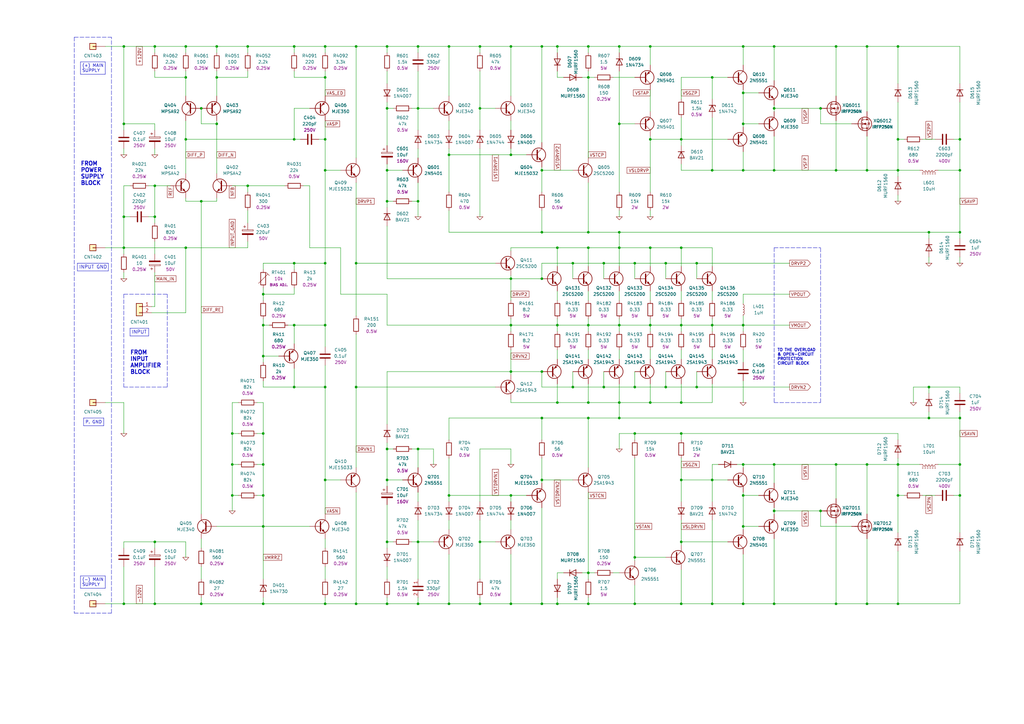
<source format=kicad_sch>
(kicad_sch (version 20211123) (generator eeschema)
  (paper "A3")
  (title_block (title "1300 WATTS RMS CLASS-TD\\nAUDIO POWER AMPLIFIER\\nFOR 4-OHMS LOUDSPEAKER") (date "2022-10-03") (company "BSD POWER AMP"))
  (junction (at 234.95 107.95))
  (junction (at 241.3 165.1))
  (junction (at 50.8 88.9))
  (junction (at 222.25 19.05))
  (junction (at 171.45 82.55))
  (junction (at 317.5 44.45))
  (junction (at 76.2 101.6))
  (junction (at 247.65 107.95))
  (junction (at 285.75 107.95))
  (junction (at 254 165.1))
  (junction (at 88.9 50.8))
  (junction (at 304.8 133.35))
  (junction (at 241.3 247.65))
  (junction (at 260.35 177.8))
  (junction (at 50.8 101.6))
  (junction (at 196.85 19.05))
  (junction (at 273.05 107.95))
  (junction (at 342.9 69.85))
  (junction (at 120.65 133.35))
  (junction (at 304.8 203.2))
  (junction (at 50.8 247.65))
  (junction (at 393.7 203.2))
  (junction (at 266.7 19.05))
  (junction (at 107.95 247.65))
  (junction (at 342.9 190.5))
  (junction (at 76.2 19.05))
  (junction (at 158.75 184.15))
  (junction (at 101.6 76.2))
  (junction (at 355.6 69.85))
  (junction (at 184.15 247.65))
  (junction (at 279.4 101.6))
  (junction (at 222.25 196.85))
  (junction (at 292.1 196.85))
  (junction (at 355.6 19.05))
  (junction (at 342.9 19.05))
  (junction (at 50.8 50.8))
  (junction (at 107.95 203.2))
  (junction (at 393.7 69.85))
  (junction (at 241.3 101.6))
  (junction (at 107.95 177.8))
  (junction (at 222.25 69.85))
  (junction (at 171.45 19.05))
  (junction (at 368.3 69.85))
  (junction (at 266.7 101.6))
  (junction (at 368.3 247.65))
  (junction (at 228.6 101.6))
  (junction (at 342.9 247.65))
  (junction (at 393.7 171.45))
  (junction (at 95.25 177.8))
  (junction (at 222.25 152.4))
  (junction (at 368.3 203.2))
  (junction (at 273.05 158.75))
  (junction (at 209.55 203.2))
  (junction (at 120.65 19.05))
  (junction (at 241.3 19.05))
  (junction (at 196.85 222.25))
  (junction (at 317.5 209.55))
  (junction (at 228.6 19.05))
  (junction (at 279.4 196.85))
  (junction (at 260.35 247.65))
  (junction (at 133.35 31.75))
  (junction (at 241.3 133.35))
  (junction (at 304.8 215.9))
  (junction (at 133.35 196.85))
  (junction (at 304.8 19.05))
  (junction (at 279.4 247.65))
  (junction (at 209.55 19.05))
  (junction (at 158.75 247.65))
  (junction (at 292.1 247.65))
  (junction (at 254 171.45))
  (junction (at 228.6 247.65))
  (junction (at 393.7 95.25))
  (junction (at 63.5 222.25))
  (junction (at 133.35 247.65))
  (junction (at 260.35 158.75))
  (junction (at 260.35 228.6))
  (junction (at 146.05 107.95))
  (junction (at 355.6 190.5))
  (junction (at 228.6 165.1))
  (junction (at 63.5 19.05))
  (junction (at 196.85 247.65))
  (junction (at 107.95 120.65))
  (junction (at 254 101.6))
  (junction (at 304.8 190.5))
  (junction (at 120.65 57.15))
  (junction (at 393.7 57.15))
  (junction (at 222.25 247.65))
  (junction (at 254 50.8))
  (junction (at 279.4 57.15))
  (junction (at 222.25 171.45))
  (junction (at 254 95.25))
  (junction (at 133.35 107.95))
  (junction (at 279.4 165.1))
  (junction (at 317.5 247.65))
  (junction (at 304.8 69.85))
  (junction (at 107.95 190.5))
  (junction (at 76.2 31.75))
  (junction (at 254 133.35))
  (junction (at 266.7 133.35))
  (junction (at 88.9 31.75))
  (junction (at 222.25 95.25))
  (junction (at 381 158.75))
  (junction (at 292.1 133.35))
  (junction (at 317.5 190.5))
  (junction (at 222.25 114.3))
  (junction (at 279.4 177.8))
  (junction (at 241.3 171.45))
  (junction (at 95.25 203.2))
  (junction (at 279.4 222.25))
  (junction (at 95.25 190.5))
  (junction (at 279.4 133.35))
  (junction (at 158.75 44.45))
  (junction (at 158.75 222.25))
  (junction (at 171.45 44.45))
  (junction (at 355.6 247.65))
  (junction (at 146.05 247.65))
  (junction (at 368.3 190.5))
  (junction (at 247.65 158.75))
  (junction (at 368.3 19.05))
  (junction (at 146.05 158.75))
  (junction (at 184.15 63.5))
  (junction (at 254 19.05))
  (junction (at 158.75 196.85))
  (junction (at 209.55 63.5))
  (junction (at 234.95 158.75))
  (junction (at 336.55 209.55))
  (junction (at 241.3 234.95))
  (junction (at 304.8 247.65))
  (junction (at 88.9 19.05))
  (junction (at 63.5 76.2))
  (junction (at 184.15 203.2))
  (junction (at 133.35 69.85))
  (junction (at 209.55 152.4))
  (junction (at 120.65 107.95))
  (junction (at 133.35 57.15))
  (junction (at 241.3 31.75))
  (junction (at 120.65 158.75))
  (junction (at 107.95 133.35))
  (junction (at 317.5 19.05))
  (junction (at 133.35 133.35))
  (junction (at 171.45 184.15))
  (junction (at 82.55 82.55))
  (junction (at 393.7 190.5))
  (junction (at 133.35 158.75))
  (junction (at 107.95 146.05))
  (junction (at 209.55 247.65))
  (junction (at 368.3 57.15))
  (junction (at 266.7 57.15))
  (junction (at 146.05 19.05))
  (junction (at 184.15 19.05))
  (junction (at 158.75 69.85))
  (junction (at 196.85 44.45))
  (junction (at 101.6 19.05))
  (junction (at 317.5 69.85))
  (junction (at 76.2 57.15))
  (junction (at 63.5 247.65))
  (junction (at 171.45 247.65))
  (junction (at 285.75 158.75))
  (junction (at 292.1 31.75))
  (junction (at 241.3 95.25))
  (junction (at 381 171.45))
  (junction (at 158.75 82.55))
  (junction (at 107.95 215.9))
  (junction (at 82.55 247.65))
  (junction (at 292.1 69.85))
  (junction (at 260.35 107.95))
  (junction (at 171.45 222.25))
  (junction (at 304.8 50.8))
  (junction (at 228.6 133.35))
  (junction (at 63.5 88.9))
  (junction (at 133.35 19.05))
  (junction (at 336.55 44.45))
  (junction (at 209.55 133.35))
  (junction (at 209.55 114.3))
  (junction (at 158.75 19.05))
  (junction (at 82.55 44.45))
  (junction (at 50.8 19.05))
  (junction (at 381 95.25))
  (junction (at 266.7 165.1))
  (junction (at 304.8 38.1))
  (wire (pts (xy 254 133.35) (xy 254 135.89)))
  (wire (pts (xy 95.25 190.5) (xy 95.25 177.8)))
  (polyline (pts (xy 317.5 101.6) (xy 317.5 165.1)) (stroke (width 0) (type dash)))
  (wire (pts (xy 95.25 177.8) (xy 95.25 165.1)))
  (wire (pts (xy 241.3 171.45) (xy 241.3 191.77)))
  (wire (pts (xy 355.6 190.5) (xy 368.3 190.5)))
  (wire (pts (xy 209.55 114.3) (xy 209.55 123.19)))
  (wire (pts (xy 254 19.05) (xy 254 21.59)))
  (wire (pts (xy 120.65 107.95) (xy 120.65 110.49)))
  (wire (pts (xy 158.75 41.91) (xy 158.75 44.45)))
  (wire (pts (xy 88.9 50.8) (xy 88.9 71.12)))
  (wire (pts (xy 101.6 29.21) (xy 101.6 31.75)))
  (wire (pts (xy 88.9 31.75) (xy 101.6 31.75)))
  (wire (pts (xy 76.2 31.75) (xy 76.2 39.37)))
  (wire (pts (xy 209.55 190.5) (xy 209.55 184.15)))
  (wire (pts (xy 228.6 119.38) (xy 228.6 123.19)))
  (wire (pts (xy 222.25 158.75) (xy 222.25 152.4)))
  (wire (pts (xy 317.5 55.88) (xy 317.5 69.85)))
  (wire (pts (xy 273.05 107.95) (xy 285.75 107.95)))
  (polyline (pts (xy 44.45 111.125) (xy 44.45 107.95)) (stroke (width 0) (type solid)))
  (wire (pts (xy 279.4 196.85) (xy 292.1 196.85)))
  (polyline (pts (xy 317.5 165.1) (xy 336.55 165.1)) (stroke (width 0) (type dash)))
  (wire (pts (xy 222.25 107.95) (xy 222.25 114.3)))
  (wire (pts (xy 133.35 133.35) (xy 133.35 142.24)))
  (wire (pts (xy 171.45 44.45) (xy 171.45 53.34)))
  (wire (pts (xy 368.3 19.05) (xy 355.6 19.05)))
  (wire (pts (xy 209.55 143.51) (xy 209.55 152.4)))
  (wire (pts (xy 304.8 19.05) (xy 304.8 26.67)))
  (wire (pts (xy 302.26 190.5) (xy 304.8 190.5)))
  (polyline (pts (xy 45.72 251.46) (xy 45.72 15.24)))
  (wire (pts (xy 260.35 187.96) (xy 260.35 228.6)))
  (polyline (pts (xy 34.29 174.625) (xy 42.545 174.625)) (stroke (width 0) (type solid)))
  (wire (pts (xy 279.4 57.15) (xy 298.45 57.15)))
  (wire (pts (xy 107.95 165.1) (xy 107.95 177.8)))
  (wire (pts (xy 241.3 130.81) (xy 241.3 133.35)))
  (wire (pts (xy 76.2 57.15) (xy 76.2 71.12)))
  (wire (pts (xy 279.4 133.35) (xy 279.4 135.89)))
  (polyline (pts (xy 33.02 241.3) (xy 43.18 241.3)) (stroke (width 0) (type solid)))
  (wire (pts (xy 304.8 215.9) (xy 304.8 217.17)))
  (wire (pts (xy 184.15 49.53) (xy 184.15 53.34)))
  (wire (pts (xy 63.5 99.06) (xy 63.5 104.14)))
  (wire (pts (xy 391.16 57.15) (xy 393.7 57.15)))
  (wire (pts (xy 63.5 76.2) (xy 63.5 88.9)))
  (wire (pts (xy 107.95 133.35) (xy 110.49 133.35)))
  (wire (pts (xy 105.41 177.8) (xy 107.95 177.8)))
  (wire (pts (xy 209.55 227.33) (xy 209.55 247.65)))
  (wire (pts (xy 209.55 114.3) (xy 222.25 114.3)))
  (wire (pts (xy 133.35 220.98) (xy 133.35 224.79)))
  (wire (pts (xy 317.5 209.55) (xy 317.5 210.82)))
  (wire (pts (xy 292.1 196.85) (xy 292.1 205.74)))
  (wire (pts (xy 247.65 107.95) (xy 247.65 114.3)))
  (wire (pts (xy 304.8 50.8) (xy 304.8 52.07)))
  (wire (pts (xy 381 105.41) (xy 381 107.95)))
  (wire (pts (xy 184.15 63.5) (xy 184.15 78.74)))
  (wire (pts (xy 292.1 133.35) (xy 304.8 133.35)))
  (wire (pts (xy 107.95 146.05) (xy 114.3 146.05)))
  (wire (pts (xy 260.35 158.75) (xy 273.05 158.75)))
  (wire (pts (xy 50.8 111.76) (xy 50.8 114.3)))
  (wire (pts (xy 133.35 69.85) (xy 139.7 69.85)))
  (wire (pts (xy 158.75 29.21) (xy 158.75 34.29)))
  (wire (pts (xy 209.55 247.65) (xy 222.25 247.65)))
  (wire (pts (xy 76.2 228.6) (xy 76.2 222.25)))
  (wire (pts (xy 304.8 62.23) (xy 304.8 69.85)))
  (wire (pts (xy 209.55 203.2) (xy 215.9 203.2)))
  (wire (pts (xy 279.4 69.85) (xy 279.4 67.31)))
  (wire (pts (xy 368.3 80.01) (xy 368.3 82.55)))
  (wire (pts (xy 370.84 57.15) (xy 368.3 57.15)))
  (polyline (pts (xy 33.02 236.22) (xy 43.18 236.22)) (stroke (width 0) (type solid)))
  (wire (pts (xy 146.05 201.93) (xy 146.05 247.65)))
  (wire (pts (xy 107.95 120.65) (xy 107.95 123.19)))
  (wire (pts (xy 88.9 81.28) (xy 88.9 82.55)))
  (wire (pts (xy 158.75 69.85) (xy 158.75 82.55)))
  (wire (pts (xy 196.85 222.25) (xy 196.85 237.49)))
  (wire (pts (xy 292.1 190.5) (xy 292.1 196.85)))
  (wire (pts (xy 304.8 120.65) (xy 323.85 120.65)))
  (wire (pts (xy 241.3 101.6) (xy 241.3 109.22)))
  (wire (pts (xy 384.81 69.85) (xy 393.7 69.85)))
  (wire (pts (xy 292.1 69.85) (xy 304.8 69.85)))
  (wire (pts (xy 158.75 247.65) (xy 171.45 247.65)))
  (wire (pts (xy 105.41 203.2) (xy 107.95 203.2)))
  (wire (pts (xy 60.96 88.9) (xy 63.5 88.9)))
  (wire (pts (xy 292.1 48.26) (xy 292.1 69.85)))
  (wire (pts (xy 304.8 129.54) (xy 304.8 133.35)))
  (wire (pts (xy 393.7 95.25) (xy 393.7 97.79)))
  (wire (pts (xy 196.85 44.45) (xy 196.85 53.34)))
  (wire (pts (xy 317.5 43.18) (xy 317.5 44.45)))
  (wire (pts (xy 254 50.8) (xy 254 78.74)))
  (wire (pts (xy 88.9 49.53) (xy 88.9 50.8)))
  (wire (pts (xy 184.15 95.25) (xy 222.25 95.25)))
  (wire (pts (xy 279.4 177.8) (xy 279.4 180.34)))
  (wire (pts (xy 317.5 209.55) (xy 336.55 209.55)))
  (wire (pts (xy 260.35 107.95) (xy 273.05 107.95)))
  (wire (pts (xy 184.15 180.34) (xy 184.15 171.45)))
  (wire (pts (xy 158.75 44.45) (xy 158.75 59.69)))
  (wire (pts (xy 101.6 99.06) (xy 101.6 101.6)))
  (polyline (pts (xy 50.8 158.75) (xy 68.58 158.75)))
  (wire (pts (xy 266.7 19.05) (xy 266.7 26.67)))
  (wire (pts (xy 368.3 19.05) (xy 368.3 34.29)))
  (wire (pts (xy 107.95 247.65) (xy 133.35 247.65)))
  (wire (pts (xy 196.85 213.36) (xy 196.85 222.25)))
  (wire (pts (xy 88.9 29.21) (xy 88.9 31.75)))
  (wire (pts (xy 63.5 222.25) (xy 63.5 224.79)))
  (wire (pts (xy 292.1 119.38) (xy 292.1 123.19)))
  (wire (pts (xy 120.65 118.11) (xy 120.65 120.65)))
  (wire (pts (xy 292.1 143.51) (xy 292.1 147.32)))
  (wire (pts (xy 381 158.75) (xy 381 161.29)))
  (polyline (pts (xy 42.545 174.625) (xy 42.545 171.45)) (stroke (width 0) (type solid)))
  (wire (pts (xy 368.3 203.2) (xy 368.3 218.44)))
  (wire (pts (xy 101.6 19.05) (xy 101.6 21.59)))
  (wire (pts (xy 184.15 86.36) (xy 184.15 95.25)))
  (wire (pts (xy 285.75 158.75) (xy 285.75 152.4)))
  (wire (pts (xy 63.5 247.65) (xy 82.55 247.65)))
  (wire (pts (xy 209.55 113.03) (xy 209.55 114.3)))
  (wire (pts (xy 171.45 213.36) (xy 171.45 222.25)))
  (polyline (pts (xy 53.34 137.795) (xy 60.96 137.795)) (stroke (width 0) (type solid)))
  (wire (pts (xy 50.8 88.9) (xy 53.34 88.9)))
  (wire (pts (xy 158.75 82.55) (xy 158.75 85.09)))
  (wire (pts (xy 139.7 101.6) (xy 139.7 120.65)))
  (wire (pts (xy 273.05 158.75) (xy 273.05 152.4)))
  (wire (pts (xy 304.8 36.83) (xy 304.8 38.1)))
  (wire (pts (xy 279.4 48.26) (xy 279.4 57.15)))
  (wire (pts (xy 279.4 213.36) (xy 279.4 222.25)))
  (wire (pts (xy 241.3 95.25) (xy 254 95.25)))
  (wire (pts (xy 336.55 215.9) (xy 336.55 209.55)))
  (wire (pts (xy 266.7 133.35) (xy 254 133.35)))
  (wire (pts (xy 158.75 44.45) (xy 161.29 44.45)))
  (wire (pts (xy 342.9 49.53) (xy 342.9 69.85)))
  (wire (pts (xy 304.8 215.9) (xy 311.15 215.9)))
  (wire (pts (xy 95.25 203.2) (xy 95.25 209.55)))
  (wire (pts (xy 254 157.48) (xy 254 165.1)))
  (wire (pts (xy 368.3 177.8) (xy 368.3 180.34)))
  (wire (pts (xy 184.15 19.05) (xy 196.85 19.05)))
  (wire (pts (xy 238.76 31.75) (xy 241.3 31.75)))
  (wire (pts (xy 355.6 55.88) (xy 355.6 69.85)))
  (polyline (pts (xy 317.5 101.6) (xy 336.55 101.6)) (stroke (width 0) (type dash)))
  (wire (pts (xy 304.8 156.21) (xy 304.8 165.1)))
  (wire (pts (xy 196.85 29.21) (xy 196.85 44.45)))
  (wire (pts (xy 228.6 165.1) (xy 241.3 165.1)))
  (wire (pts (xy 241.3 143.51) (xy 241.3 147.32)))
  (wire (pts (xy 241.3 74.93) (xy 241.3 95.25)))
  (wire (pts (xy 368.3 69.85) (xy 377.19 69.85)))
  (wire (pts (xy 317.5 19.05) (xy 317.5 33.02)))
  (wire (pts (xy 168.91 82.55) (xy 171.45 82.55)))
  (wire (pts (xy 266.7 130.81) (xy 266.7 133.35)))
  (polyline (pts (xy 33.02 25.4) (xy 33.02 30.48)) (stroke (width 0) (type solid)))
  (wire (pts (xy 304.8 203.2) (xy 304.8 215.9)))
  (wire (pts (xy 292.1 101.6) (xy 292.1 109.22)))
  (wire (pts (xy 247.65 107.95) (xy 260.35 107.95)))
  (wire (pts (xy 209.55 130.81) (xy 209.55 133.35)))
  (wire (pts (xy 209.55 133.35) (xy 209.55 135.89)))
  (wire (pts (xy 133.35 196.85) (xy 133.35 210.82)))
  (wire (pts (xy 317.5 208.28) (xy 317.5 209.55)))
  (wire (pts (xy 88.9 31.75) (xy 88.9 39.37)))
  (wire (pts (xy 298.45 31.75) (xy 292.1 31.75)))
  (wire (pts (xy 209.55 213.36) (xy 209.55 217.17)))
  (wire (pts (xy 209.55 60.96) (xy 209.55 63.5)))
  (wire (pts (xy 209.55 152.4) (xy 222.25 152.4)))
  (wire (pts (xy 158.75 114.3) (xy 209.55 114.3)))
  (wire (pts (xy 158.75 173.99) (xy 158.75 152.4)))
  (wire (pts (xy 82.55 50.8) (xy 88.9 50.8)))
  (wire (pts (xy 393.7 247.65) (xy 368.3 247.65)))
  (wire (pts (xy 120.65 19.05) (xy 120.65 21.59)))
  (wire (pts (xy 279.4 59.69) (xy 279.4 57.15)))
  (wire (pts (xy 107.95 146.05) (xy 107.95 148.59)))
  (wire (pts (xy 171.45 222.25) (xy 177.8 222.25)))
  (wire (pts (xy 50.8 76.2) (xy 50.8 88.9)))
  (wire (pts (xy 393.7 69.85) (xy 393.7 95.25)))
  (wire (pts (xy 133.35 232.41) (xy 133.35 237.49)))
  (wire (pts (xy 279.4 101.6) (xy 279.4 109.22)))
  (wire (pts (xy 76.2 57.15) (xy 120.65 57.15)))
  (wire (pts (xy 260.35 247.65) (xy 279.4 247.65)))
  (wire (pts (xy 241.3 19.05) (xy 241.3 21.59)))
  (wire (pts (xy 63.5 76.2) (xy 69.85 76.2)))
  (wire (pts (xy 209.55 184.15) (xy 196.85 184.15)))
  (wire (pts (xy 139.7 120.65) (xy 158.75 120.65)))
  (wire (pts (xy 146.05 158.75) (xy 146.05 191.77)))
  (wire (pts (xy 158.75 181.61) (xy 158.75 184.15)))
  (wire (pts (xy 62.23 125.73) (xy 63.5 125.73)))
  (wire (pts (xy 393.7 203.2) (xy 393.7 218.44)))
  (wire (pts (xy 393.7 226.06) (xy 393.7 247.65)))
  (wire (pts (xy 53.34 76.2) (xy 50.8 76.2)))
  (wire (pts (xy 391.16 203.2) (xy 393.7 203.2)))
  (wire (pts (xy 76.2 29.21) (xy 76.2 31.75)))
  (wire (pts (xy 370.84 203.2) (xy 368.3 203.2)))
  (wire (pts (xy 107.95 156.21) (xy 107.95 158.75)))
  (wire (pts (xy 171.45 184.15) (xy 171.45 191.77)))
  (wire (pts (xy 82.55 220.98) (xy 82.55 224.79)))
  (wire (pts (xy 50.8 222.25) (xy 63.5 222.25)))
  (polyline (pts (xy 30.48 15.24) (xy 30.48 251.46)))
  (polyline (pts (xy 43.18 30.48) (xy 43.18 25.4)) (stroke (width 0) (type solid)))
  (wire (pts (xy 254 19.05) (xy 266.7 19.05)))
  (wire (pts (xy 222.25 158.75) (xy 234.95 158.75)))
  (polyline (pts (xy 50.8 120.65) (xy 68.58 120.65)))
  (wire (pts (xy 171.45 201.93) (xy 171.45 205.74)))
  (wire (pts (xy 50.8 247.65) (xy 63.5 247.65)))
  (wire (pts (xy 228.6 143.51) (xy 228.6 147.32)))
  (wire (pts (xy 168.91 184.15) (xy 171.45 184.15)))
  (wire (pts (xy 76.2 19.05) (xy 76.2 21.59)))
  (wire (pts (xy 184.15 203.2) (xy 184.15 205.74)))
  (wire (pts (xy 228.6 234.95) (xy 228.6 237.49)))
  (wire (pts (xy 349.25 215.9) (xy 336.55 215.9)))
  (wire (pts (xy 254 165.1) (xy 254 171.45)))
  (wire (pts (xy 254 95.25) (xy 381 95.25)))
  (wire (pts (xy 133.35 158.75) (xy 133.35 196.85)))
  (wire (pts (xy 279.4 187.96) (xy 279.4 196.85)))
  (wire (pts (xy 279.4 222.25) (xy 298.45 222.25)))
  (polyline (pts (xy 33.02 236.22) (xy 33.02 241.3)) (stroke (width 0) (type solid)))
  (wire (pts (xy 304.8 120.65) (xy 304.8 124.46)))
  (wire (pts (xy 342.9 214.63) (xy 342.9 247.65)))
  (wire (pts (xy 120.65 29.21) (xy 120.65 31.75)))
  (wire (pts (xy 76.2 81.28) (xy 76.2 82.55)))
  (wire (pts (xy 254 29.21) (xy 254 50.8)))
  (wire (pts (xy 292.1 130.81) (xy 292.1 133.35)))
  (wire (pts (xy 241.3 29.21) (xy 241.3 31.75)))
  (wire (pts (xy 76.2 222.25) (xy 63.5 222.25)))
  (wire (pts (xy 292.1 213.36) (xy 292.1 247.65)))
  (wire (pts (xy 304.8 69.85) (xy 317.5 69.85)))
  (wire (pts (xy 254 143.51) (xy 254 147.32)))
  (wire (pts (xy 184.15 171.45) (xy 222.25 171.45)))
  (polyline (pts (xy 30.48 15.24) (xy 45.72 15.24)))
  (wire (pts (xy 304.8 133.35) (xy 323.85 133.35)))
  (wire (pts (xy 209.55 19.05) (xy 222.25 19.05)))
  (wire (pts (xy 82.55 82.55) (xy 88.9 82.55)))
  (polyline (pts (xy 33.02 25.4) (xy 43.18 25.4)) (stroke (width 0) (type solid)))
  (wire (pts (xy 266.7 143.51) (xy 266.7 147.32)))
  (wire (pts (xy 107.95 215.9) (xy 107.95 237.49)))
  (wire (pts (xy 158.75 184.15) (xy 158.75 196.85)))
  (wire (pts (xy 238.76 234.95) (xy 241.3 234.95)))
  (wire (pts (xy 254 130.81) (xy 254 133.35)))
  (wire (pts (xy 241.3 234.95) (xy 243.84 234.95)))
  (wire (pts (xy 317.5 190.5) (xy 342.9 190.5)))
  (wire (pts (xy 393.7 105.41) (xy 393.7 107.95)))
  (wire (pts (xy 95.25 203.2) (xy 95.25 190.5)))
  (wire (pts (xy 292.1 31.75) (xy 292.1 40.64)))
  (wire (pts (xy 158.75 19.05) (xy 158.75 21.59)))
  (wire (pts (xy 241.3 31.75) (xy 241.3 64.77)))
  (wire (pts (xy 304.8 38.1) (xy 304.8 50.8)))
  (wire (pts (xy 171.45 222.25) (xy 171.45 237.49)))
  (wire (pts (xy 196.85 222.25) (xy 203.2 222.25)))
  (wire (pts (xy 254 101.6) (xy 254 109.22)))
  (wire (pts (xy 171.45 44.45) (xy 177.8 44.45)))
  (wire (pts (xy 266.7 133.35) (xy 266.7 135.89)))
  (wire (pts (xy 260.35 229.87) (xy 260.35 228.6)))
  (wire (pts (xy 158.75 120.65) (xy 158.75 133.35)))
  (wire (pts (xy 342.9 190.5) (xy 355.6 190.5)))
  (wire (pts (xy 241.3 19.05) (xy 254 19.05)))
  (wire (pts (xy 342.9 19.05) (xy 342.9 39.37)))
  (wire (pts (xy 101.6 86.36) (xy 101.6 91.44)))
  (wire (pts (xy 63.5 19.05) (xy 63.5 21.59)))
  (wire (pts (xy 171.45 245.11) (xy 171.45 247.65)))
  (wire (pts (xy 209.55 49.53) (xy 209.55 53.34)))
  (wire (pts (xy 63.5 88.9) (xy 63.5 91.44)))
  (polyline (pts (xy 53.34 134.62) (xy 60.96 134.62)) (stroke (width 0) (type solid)))
  (wire (pts (xy 107.95 215.9) (xy 127 215.9)))
  (wire (pts (xy 158.75 69.85) (xy 165.1 69.85)))
  (wire (pts (xy 368.3 190.5) (xy 368.3 203.2)))
  (wire (pts (xy 209.55 19.05) (xy 209.55 39.37)))
  (wire (pts (xy 292.1 247.65) (xy 304.8 247.65)))
  (wire (pts (xy 133.35 57.15) (xy 133.35 69.85)))
  (wire (pts (xy 196.85 245.11) (xy 196.85 247.65)))
  (wire (pts (xy 133.35 69.85) (xy 133.35 107.95)))
  (wire (pts (xy 184.15 63.5) (xy 209.55 63.5)))
  (wire (pts (xy 107.95 110.49) (xy 107.95 107.95)))
  (wire (pts (xy 304.8 191.77) (xy 304.8 190.5)))
  (wire (pts (xy 285.75 158.75) (xy 323.85 158.75)))
  (wire (pts (xy 241.3 157.48) (xy 241.3 165.1)))
  (wire (pts (xy 50.8 88.9) (xy 50.8 101.6)))
  (wire (pts (xy 120.65 158.75) (xy 133.35 158.75)))
  (wire (pts (xy 317.5 190.5) (xy 317.5 198.12)))
  (wire (pts (xy 260.35 177.8) (xy 279.4 177.8)))
  (wire (pts (xy 222.25 69.85) (xy 222.25 78.74)))
  (polyline (pts (xy 34.29 171.45) (xy 42.545 171.45)) (stroke (width 0) (type solid)))
  (wire (pts (xy 196.85 184.15) (xy 196.85 205.74)))
  (wire (pts (xy 393.7 41.91) (xy 393.7 57.15)))
  (wire (pts (xy 222.25 19.05) (xy 228.6 19.05)))
  (wire (pts (xy 279.4 130.81) (xy 279.4 133.35)))
  (wire (pts (xy 279.4 233.68) (xy 279.4 247.65)))
  (wire (pts (xy 241.3 133.35) (xy 228.6 133.35)))
  (wire (pts (xy 101.6 19.05) (xy 120.65 19.05)))
  (wire (pts (xy 60.96 76.2) (xy 63.5 76.2)))
  (wire (pts (xy 82.55 82.55) (xy 82.55 210.82)))
  (wire (pts (xy 196.85 60.96) (xy 196.85 88.9)))
  (wire (pts (xy 146.05 107.95) (xy 146.05 129.54)))
  (wire (pts (xy 177.8 190.5) (xy 177.8 184.15)))
  (wire (pts (xy 292.1 196.85) (xy 298.45 196.85)))
  (wire (pts (xy 133.35 19.05) (xy 133.35 21.59)))
  (wire (pts (xy 158.75 19.05) (xy 171.45 19.05)))
  (wire (pts (xy 158.75 222.25) (xy 161.29 222.25)))
  (wire (pts (xy 184.15 187.96) (xy 184.15 203.2)))
  (wire (pts (xy 304.8 143.51) (xy 304.8 148.59)))
  (wire (pts (xy 231.14 31.75) (xy 228.6 31.75)))
  (wire (pts (xy 260.35 158.75) (xy 260.35 152.4)))
  (wire (pts (xy 266.7 119.38) (xy 266.7 123.19)))
  (wire (pts (xy 228.6 157.48) (xy 228.6 165.1)))
  (wire (pts (xy 254 119.38) (xy 254 123.19)))
  (wire (pts (xy 304.8 50.8) (xy 311.15 50.8)))
  (wire (pts (xy 279.4 247.65) (xy 292.1 247.65)))
  (wire (pts (xy 222.25 171.45) (xy 241.3 171.45)))
  (wire (pts (xy 279.4 119.38) (xy 279.4 123.19)))
  (wire (pts (xy 63.5 111.76) (xy 63.5 125.73)))
  (wire (pts (xy 120.65 151.13) (xy 120.65 158.75)))
  (wire (pts (xy 228.6 247.65) (xy 241.3 247.65)))
  (wire (pts (xy 304.8 227.33) (xy 304.8 247.65)))
  (wire (pts (xy 63.5 31.75) (xy 76.2 31.75)))
  (wire (pts (xy 228.6 130.81) (xy 228.6 133.35)))
  (wire (pts (xy 222.25 68.58) (xy 222.25 69.85)))
  (wire (pts (xy 251.46 234.95) (xy 254 234.95)))
  (wire (pts (xy 294.64 190.5) (xy 292.1 190.5)))
  (polyline (pts (xy 336.55 165.1) (xy 336.55 101.6)) (stroke (width 0) (type dash)))
  (wire (pts (xy 107.95 118.11) (xy 107.95 120.65)))
  (wire (pts (xy 260.35 50.8) (xy 254 50.8)))
  (wire (pts (xy 342.9 247.65) (xy 355.6 247.65)))
  (wire (pts (xy 266.7 36.83) (xy 266.7 45.72)))
  (wire (pts (xy 266.7 133.35) (xy 279.4 133.35)))
  (wire (pts (xy 107.95 133.35) (xy 107.95 146.05)))
  (wire (pts (xy 381 171.45) (xy 393.7 171.45)))
  (wire (pts (xy 228.6 19.05) (xy 228.6 21.59)))
  (wire (pts (xy 171.45 29.21) (xy 171.45 44.45)))
  (wire (pts (xy 50.8 101.6) (xy 50.8 104.14)))
  (polyline (pts (xy 43.18 241.3) (xy 43.18 236.22)) (stroke (width 0) (type solid)))
  (wire (pts (xy 158.75 184.15) (xy 161.29 184.15)))
  (wire (pts (xy 393.7 57.15) (xy 393.7 69.85)))
  (wire (pts (xy 266.7 57.15) (xy 266.7 78.74)))
  (wire (pts (xy 228.6 101.6) (xy 228.6 109.22)))
  (wire (pts (xy 82.55 44.45) (xy 82.55 50.8)))
  (wire (pts (xy 355.6 247.65) (xy 368.3 247.65)))
  (wire (pts (xy 279.4 31.75) (xy 279.4 40.64)))
  (wire (pts (xy 279.4 101.6) (xy 292.1 101.6)))
  (wire (pts (xy 209.55 133.35) (xy 228.6 133.35)))
  (wire (pts (xy 393.7 171.45) (xy 393.7 190.5)))
  (wire (pts (xy 203.2 44.45) (xy 196.85 44.45)))
  (wire (pts (xy 285.75 107.95) (xy 323.85 107.95)))
  (polyline (pts (xy 31.75 107.95) (xy 31.75 111.125)) (stroke (width 0) (type solid)))
  (wire (pts (xy 292.1 133.35) (xy 292.1 135.89)))
  (wire (pts (xy 184.15 19.05) (xy 184.15 39.37)))
  (wire (pts (xy 317.5 247.65) (xy 342.9 247.65)))
  (wire (pts (xy 222.25 69.85) (xy 234.95 69.85)))
  (wire (pts (xy 158.75 196.85) (xy 165.1 196.85)))
  (wire (pts (xy 76.2 101.6) (xy 101.6 101.6)))
  (wire (pts (xy 279.4 69.85) (xy 292.1 69.85)))
  (wire (pts (xy 209.55 101.6) (xy 209.55 102.87)))
  (wire (pts (xy 222.25 196.85) (xy 234.95 196.85)))
  (wire (pts (xy 279.4 196.85) (xy 279.4 205.74)))
  (wire (pts (xy 95.25 177.8) (xy 97.79 177.8)))
  (wire (pts (xy 241.3 247.65) (xy 260.35 247.65)))
  (wire (pts (xy 273.05 158.75) (xy 285.75 158.75)))
  (wire (pts (xy 107.95 107.95) (xy 120.65 107.95)))
  (wire (pts (xy 355.6 19.05) (xy 355.6 45.72)))
  (wire (pts (xy 158.75 207.01) (xy 158.75 222.25)))
  (wire (pts (xy 260.35 177.8) (xy 260.35 180.34)))
  (wire (pts (xy 254 133.35) (xy 241.3 133.35)))
  (wire (pts (xy 209.55 165.1) (xy 228.6 165.1)))
  (wire (pts (xy 101.6 76.2) (xy 101.6 78.74)))
  (wire (pts (xy 254 171.45) (xy 381 171.45)))
  (wire (pts (xy 82.55 245.11) (xy 82.55 247.65)))
  (wire (pts (xy 241.3 171.45) (xy 254 171.45)))
  (wire (pts (xy 368.3 57.15) (xy 368.3 69.85)))
  (wire (pts (xy 355.6 190.5) (xy 355.6 210.82)))
  (wire (pts (xy 254 95.25) (xy 254 101.6)))
  (wire (pts (xy 222.25 247.65) (xy 228.6 247.65)))
  (wire (pts (xy 43.18 101.6) (xy 50.8 101.6)))
  (wire (pts (xy 254 101.6) (xy 241.3 101.6)))
  (wire (pts (xy 311.15 203.2) (xy 304.8 203.2)))
  (wire (pts (xy 88.9 215.9) (xy 107.95 215.9)))
  (wire (pts (xy 241.3 133.35) (xy 241.3 135.89)))
  (polyline (pts (xy 33.02 30.48) (xy 43.18 30.48)) (stroke (width 0) (type solid)))
  (wire (pts (xy 368.3 187.96) (xy 368.3 190.5)))
  (wire (pts (xy 158.75 232.41) (xy 158.75 237.49)))
  (wire (pts (xy 317.5 44.45) (xy 336.55 44.45)))
  (wire (pts (xy 88.9 19.05) (xy 88.9 21.59)))
  (wire (pts (xy 254 184.15) (xy 254 177.8)))
  (wire (pts (xy 107.95 245.11) (xy 107.95 247.65)))
  (wire (pts (xy 266.7 101.6) (xy 266.7 109.22)))
  (wire (pts (xy 76.2 82.55) (xy 82.55 82.55)))
  (wire (pts (xy 107.95 130.81) (xy 107.95 133.35)))
  (wire (pts (xy 304.8 247.65) (xy 317.5 247.65)))
  (wire (pts (xy 158.75 245.11) (xy 158.75 247.65)))
  (wire (pts (xy 368.3 69.85) (xy 368.3 72.39)))
  (wire (pts (xy 63.5 29.21) (xy 63.5 31.75)))
  (wire (pts (xy 63.5 60.96) (xy 63.5 63.5)))
  (wire (pts (xy 378.46 57.15) (xy 383.54 57.15)))
  (wire (pts (xy 342.9 69.85) (xy 355.6 69.85)))
  (wire (pts (xy 133.35 245.11) (xy 133.35 247.65)))
  (wire (pts (xy 184.15 203.2) (xy 209.55 203.2)))
  (wire (pts (xy 234.95 158.75) (xy 247.65 158.75)))
  (wire (pts (xy 158.75 67.31) (xy 158.75 69.85)))
  (wire (pts (xy 107.95 120.65) (xy 120.65 120.65)))
  (wire (pts (xy 184.15 213.36) (xy 184.15 217.17)))
  (wire (pts (xy 127 76.2) (xy 127 101.6)))
  (wire (pts (xy 158.75 133.35) (xy 209.55 133.35)))
  (wire (pts (xy 266.7 165.1) (xy 279.4 165.1)))
  (wire (pts (xy 209.55 101.6) (xy 228.6 101.6)))
  (wire (pts (xy 196.85 19.05) (xy 209.55 19.05)))
  (wire (pts (xy 133.35 107.95) (xy 133.35 133.35)))
  (wire (pts (xy 355.6 69.85) (xy 368.3 69.85)))
  (wire (pts (xy 279.4 157.48) (xy 279.4 165.1)))
  (wire (pts (xy 50.8 50.8) (xy 50.8 53.34)))
  (wire (pts (xy 273.05 107.95) (xy 273.05 114.3)))
  (wire (pts (xy 133.35 29.21) (xy 133.35 31.75)))
  (wire (pts (xy 146.05 107.95) (xy 203.2 107.95)))
  (wire (pts (xy 209.55 63.5) (xy 215.9 63.5)))
  (wire (pts (xy 247.65 158.75) (xy 260.35 158.75)))
  (wire (pts (xy 171.45 74.93) (xy 171.45 82.55)))
  (wire (pts (xy 304.8 38.1) (xy 311.15 38.1)))
  (wire (pts (xy 118.11 133.35) (xy 120.65 133.35)))
  (wire (pts (xy 50.8 19.05) (xy 63.5 19.05)))
  (wire (pts (xy 304.8 19.05) (xy 317.5 19.05)))
  (wire (pts (xy 222.25 187.96) (xy 222.25 196.85)))
  (wire (pts (xy 171.45 247.65) (xy 184.15 247.65)))
  (wire (pts (xy 254 165.1) (xy 241.3 165.1)))
  (wire (pts (xy 120.65 107.95) (xy 133.35 107.95)))
  (wire (pts (xy 76.2 19.05) (xy 88.9 19.05)))
  (wire (pts (xy 82.55 247.65) (xy 107.95 247.65)))
  (wire (pts (xy 378.46 203.2) (xy 383.54 203.2)))
  (wire (pts (xy 393.7 158.75) (xy 393.7 161.29)))
  (wire (pts (xy 304.8 203.2) (xy 304.8 201.93)))
  (wire (pts (xy 43.18 19.05) (xy 50.8 19.05)))
  (wire (pts (xy 241.3 31.75) (xy 243.84 31.75)))
  (wire (pts (xy 95.25 165.1) (xy 97.79 165.1)))
  (wire (pts (xy 120.65 133.35) (xy 133.35 133.35)))
  (wire (pts (xy 43.18 247.65) (xy 50.8 247.65)))
  (wire (pts (xy 107.95 177.8) (xy 107.95 190.5)))
  (wire (pts (xy 254 177.8) (xy 260.35 177.8)))
  (wire (pts (xy 146.05 158.75) (xy 203.2 158.75)))
  (wire (pts (xy 393.7 19.05) (xy 368.3 19.05)))
  (wire (pts (xy 95.25 76.2) (xy 101.6 76.2)))
  (wire (pts (xy 381 158.75) (xy 393.7 158.75)))
  (wire (pts (xy 222.25 95.25) (xy 241.3 95.25)))
  (wire (pts (xy 209.55 152.4) (xy 209.55 153.67)))
  (wire (pts (xy 105.41 165.1) (xy 107.95 165.1)))
  (wire (pts (xy 184.15 247.65) (xy 196.85 247.65)))
  (wire (pts (xy 222.25 86.36) (xy 222.25 95.25)))
  (wire (pts (xy 158.75 196.85) (xy 158.75 199.39)))
  (wire (pts (xy 50.8 60.96) (xy 50.8 63.5)))
  (wire (pts (xy 133.35 158.75) (xy 133.35 149.86)))
  (wire (pts (xy 260.35 240.03) (xy 260.35 247.65)))
  (polyline (pts (xy 68.58 158.75) (xy 68.58 120.65)))
  (wire (pts (xy 95.25 203.2) (xy 97.79 203.2)))
  (wire (pts (xy 146.05 74.93) (xy 146.05 107.95)))
  (wire (pts (xy 171.45 19.05) (xy 171.45 21.59)))
  (polyline (pts (xy 31.75 111.125) (xy 44.45 111.125)) (stroke (width 0) (type solid)))
  (wire (pts (xy 82.55 232.41) (xy 82.55 237.49)))
  (wire (pts (xy 279.4 222.25) (xy 279.4 223.52)))
  (wire (pts (xy 133.35 247.65) (xy 146.05 247.65)))
  (wire (pts (xy 266.7 101.6) (xy 279.4 101.6)))
  (wire (pts (xy 279.4 133.35) (xy 292.1 133.35)))
  (wire (pts (xy 63.5 19.05) (xy 76.2 19.05)))
  (wire (pts (xy 120.65 57.15) (xy 123.19 57.15)))
  (wire (pts (xy 393.7 168.91) (xy 393.7 171.45)))
  (wire (pts (xy 393.7 19.05) (xy 393.7 34.29)))
  (wire (pts (xy 177.8 184.15) (xy 171.45 184.15)))
  (wire (pts (xy 146.05 19.05) (xy 146.05 64.77)))
  (wire (pts (xy 107.95 158.75) (xy 120.65 158.75)))
  (wire (pts (xy 292.1 157.48) (xy 292.1 165.1)))
  (wire (pts (xy 231.14 234.95) (xy 228.6 234.95)))
  (wire (pts (xy 234.95 107.95) (xy 247.65 107.95)))
  (polyline (pts (xy 50.8 120.65) (xy 50.8 158.75)))
  (wire (pts (xy 368.3 190.5) (xy 377.19 190.5)))
  (wire (pts (xy 228.6 245.11) (xy 228.6 247.65)))
  (wire (pts (xy 234.95 107.95) (xy 234.95 114.3)))
  (wire (pts (xy 171.45 60.96) (xy 171.45 64.77)))
  (wire (pts (xy 374.65 158.75) (xy 381 158.75)))
  (wire (pts (xy 120.65 44.45) (xy 127 44.45)))
  (wire (pts (xy 196.85 19.05) (xy 196.85 21.59)))
  (wire (pts (xy 234.95 158.75) (xy 234.95 152.4)))
  (wire (pts (xy 279.4 165.1) (xy 292.1 165.1)))
  (wire (pts (xy 241.3 234.95) (xy 241.3 237.49)))
  (wire (pts (xy 209.55 203.2) (xy 209.55 205.74)))
  (wire (pts (xy 254 86.36) (xy 254 88.9)))
  (wire (pts (xy 133.35 31.75) (xy 120.65 31.75)))
  (wire (pts (xy 158.75 92.71) (xy 158.75 114.3)))
  (wire (pts (xy 76.2 101.6) (xy 50.8 101.6)))
  (wire (pts (xy 50.8 165.1) (xy 50.8 177.8)))
  (wire (pts (xy 241.3 201.93) (xy 241.3 234.95)))
  (wire (pts (xy 222.25 196.85) (xy 222.25 198.12)))
  (wire (pts (xy 317.5 220.98) (xy 317.5 247.65)))
  (wire (pts (xy 222.25 208.28) (xy 222.25 247.65)))
  (wire (pts (xy 63.5 53.34) (xy 63.5 50.8)))
  (wire (pts (xy 266.7 55.88) (xy 266.7 57.15)))
  (wire (pts (xy 381 95.25) (xy 393.7 95.25)))
  (wire (pts (xy 254 165.1) (xy 266.7 165.1)))
  (wire (pts (xy 158.75 152.4) (xy 209.55 152.4)))
  (wire (pts (xy 317.5 44.45) (xy 317.5 45.72)))
  (wire (pts (xy 254 101.6) (xy 266.7 101.6)))
  (polyline (pts (xy 60.96 137.795) (xy 60.96 134.62)) (stroke (width 0) (type solid)))
  (wire (pts (xy 158.75 82.55) (xy 161.29 82.55)))
  (wire (pts (xy 336.55 50.8) (xy 336.55 44.45)))
  (wire (pts (xy 184.15 227.33) (xy 184.15 247.65)))
  (polyline (pts (xy 31.75 107.95) (xy 44.45 107.95)) (stroke (width 0) (type solid)))
  (wire (pts (xy 381 168.91) (xy 381 171.45)))
  (wire (pts (xy 105.41 190.5) (xy 107.95 190.5)))
  (wire (pts (xy 95.25 190.5) (xy 97.79 190.5)))
  (wire (pts (xy 393.7 190.5) (xy 393.7 203.2)))
  (wire (pts (xy 62.23 128.27) (xy 76.2 128.27)))
  (wire (pts (xy 120.65 133.35) (xy 120.65 140.97)))
  (wire (pts (xy 107.95 190.5) (xy 107.95 203.2)))
  (wire (pts (xy 133.35 49.53) (xy 133.35 57.15)))
  (wire (pts (xy 247.65 158.75) (xy 247.65 152.4)))
  (wire (pts (xy 171.45 19.05) (xy 184.15 19.05)))
  (wire (pts (xy 168.91 44.45) (xy 171.45 44.45)))
  (wire (pts (xy 146.05 19.05) (xy 158.75 19.05)))
  (wire (pts (xy 381 95.25) (xy 381 97.79)))
  (wire (pts (xy 120.65 19.05) (xy 133.35 19.05)))
  (wire (pts (xy 209.55 163.83) (xy 209.55 165.1)))
  (wire (pts (xy 317.5 69.85) (xy 342.9 69.85)))
  (wire (pts (xy 133.35 196.85) (xy 139.7 196.85)))
  (wire (pts (xy 241.3 119.38) (xy 241.3 123.19)))
  (polyline (pts (xy 30.48 251.46) (xy 45.72 251.46)))
  (wire (pts (xy 304.8 133.35) (xy 304.8 135.89)))
  (wire (pts (xy 342.9 19.05) (xy 355.6 19.05)))
  (wire (pts (xy 43.18 165.1) (xy 50.8 165.1)))
  (wire (pts (xy 222.25 107.95) (xy 234.95 107.95)))
  (wire (pts (xy 171.45 82.55) (xy 171.45 88.9)))
  (wire (pts (xy 124.46 76.2) (xy 127 76.2)))
  (wire (pts (xy 50.8 232.41) (xy 50.8 247.65)))
  (wire (pts (xy 342.9 190.5) (xy 342.9 204.47)))
  (wire (pts (xy 146.05 247.65) (xy 158.75 247.65)))
  (wire (pts (xy 168.91 222.25) (xy 171.45 222.25)))
  (wire (pts (xy 279.4 143.51) (xy 279.4 147.32)))
  (wire (pts (xy 251.46 31.75) (xy 260.35 31.75)))
  (wire (pts (xy 127 101.6) (xy 139.7 101.6)))
  (wire (pts (xy 63.5 232.41) (xy 63.5 247.65)))
  (wire (pts (xy 266.7 86.36) (xy 266.7 88.9)))
  (wire (pts (xy 374.65 165.1) (xy 374.65 158.75)))
  (wire (pts (xy 368.3 226.06) (xy 368.3 247.65)))
  (wire (pts (xy 120.65 57.15) (xy 120.65 44.45)))
  (wire (pts (xy 133.35 19.05) (xy 146.05 19.05)))
  (wire (pts (xy 228.6 133.35) (xy 228.6 135.89)))
  (wire (pts (xy 279.4 31.75) (xy 292.1 31.75)))
  (wire (pts (xy 285.75 107.95) (xy 285.75 114.3)))
  (wire (pts (xy 317.5 19.05) (xy 342.9 19.05)))
  (wire (pts (xy 336.55 50.8) (xy 349.25 50.8)))
  (wire (pts (xy 133.35 31.75) (xy 133.35 39.37)))
  (wire (pts (xy 355.6 220.98) (xy 355.6 247.65)))
  (wire (pts (xy 266.7 19.05) (xy 304.8 19.05)))
  (wire (pts (xy 50.8 19.05) (xy 50.8 50.8)))
  (wire (pts (xy 228.6 19.05) (xy 241.3 19.05)))
  (wire (pts (xy 384.81 190.5) (xy 393.7 190.5)))
  (wire (pts (xy 146.05 137.16) (xy 146.05 158.75)))
  (wire (pts (xy 88.9 19.05) (xy 101.6 19.05)))
  (wire (pts (xy 107.95 203.2) (xy 107.95 215.9)))
  (wire (pts (xy 130.81 57.15) (xy 133.35 57.15)))
  (polyline (pts (xy 34.29 171.45) (xy 34.29 174.625)) (stroke (width 0) (type solid)))
  (wire (pts (xy 304.8 190.5) (xy 317.5 190.5)))
  (wire (pts (xy 241.3 245.11) (xy 241.3 247.65)))
  (wire (pts (xy 63.5 50.8) (xy 50.8 50.8)))
  (wire (pts (xy 50.8 224.79) (xy 50.8 222.25)))
  (wire (pts (xy 101.6 76.2) (xy 116.84 76.2)))
  (wire (pts (xy 184.15 60.96) (xy 184.15 63.5)))
  (wire (pts (xy 260.35 107.95) (xy 260.35 114.3)))
  (wire (pts (xy 228.6 101.6) (xy 241.3 101.6)))
  (wire (pts (xy 222.25 19.05) (xy 222.25 58.42)))
  (wire (pts (xy 368.3 41.91) (xy 368.3 57.15)))
  (wire (pts (xy 266.7 157.48) (xy 266.7 165.1)))
  (wire (pts (xy 279.4 177.8) (xy 368.3 177.8)))
  (wire (pts (xy 228.6 31.75) (xy 228.6 29.21)))
  (wire (pts (xy 76.2 128.27) (xy 76.2 101.6)))
  (wire (pts (xy 158.75 222.25) (xy 158.75 224.79)))
  (wire (pts (xy 76.2 49.53) (xy 76.2 57.15)))
  (wire (pts (xy 266.7 57.15) (xy 279.4 57.15)))
  (wire (pts (xy 196.85 247.65) (xy 209.55 247.65)))
  (polyline (pts (xy 53.34 134.62) (xy 53.34 137.795)) (stroke (width 0) (type solid)))
  (wire (pts (xy 260.35 228.6) (xy 273.05 228.6)))
  (wire (pts (xy 222.25 171.45) (xy 222.25 180.34)))
  (text "(+) MAIN\nSUPPLY" (at 33.655 29.845 0) (effects (font (size 1.27 1.27)) (justify left bottom)))
  (text "INPUT" (at 53.975 137.16 0) (effects (font (size 1.397 1.397)) (justify left bottom)))
  (text "FROM\nPOWER\nSUPPLY\nBLOCK" (at 33.02 76.2 0) (effects (font (size 1.651 1.651) (thickness 0.3302) bold) (justify left bottom)))
  (text "TO THE OVERLOAD\n& OPEN-CIRCUIT\nPROTECTION\nCIRCUIT BLOCK" (at 318.77 149.86 0) (effects (font (size 1.143 1.143) (thickness 0.2286) bold) (justify left bottom)))
  (text "(-) MAIN\nSUPPLY" (at 33.655 240.665 0) (effects (font (size 1.27 1.27)) (justify left bottom)))
  (text "P. GND" (at 34.925 173.99 0) (effects (font (size 1.27 1.27)) (justify left bottom)))
  (text "INPUT GND" (at 32.385 110.49 0) (effects (font (size 1.397 1.397)) (justify left bottom)))
  (text "FROM\nINPUT\nAMPLIFIER\nBLOCK" (at 53.34 153.67 0) (effects (font (size 1.651 1.651) (thickness 0.3302) bold) (justify left bottom)))
  (global_label "DRVN2" (shape passive) (at 209.55 146.05 0) (property "Intersheet References" "${INTERSHEET_REFS}" (effects hide)))
  (global_label "DIFF_RE" (shape passive) (at 82.55 127 0) (property "Intersheet References" "${INTERSHEET_REFS}" (effects hide)))
  (global_label "DIFF_P" (shape passive) (at 76.2 63.5 0) (property "Intersheet References" "${INTERSHEET_REFS}" (effects hide)))
  (global_label "VPOUT" (shape output) (at 323.85 120.65 0) (property "Intersheet References" "${INTERSHEET_REFS}" (effects hide)))
  (global_label "VSTDRVN1" (shape passive) (at 203.2 203.2 90) (property "Intersheet References" "${INTERSHEET_REFS}" (effects hide)))
  (global_label "VASP" (shape passive) (at 133.35 50.8 0) (property "Intersheet References" "${INTERSHEET_REFS}" (effects hide)))
  (global_label "VSFN" (shape passive) (at 330.2 190.5 270) (property "Intersheet References" "${INTERSHEET_REFS}" (effects hide)))
  (global_label "DRVP1" (shape passive) (at 146.05 82.55 0) (property "Intersheet References" "${INTERSHEET_REFS}" (effects hide)))
  (global_label "NFB" (shape passive) (at 95.25 76.2 270) (property "Intersheet References" "${INTERSHEET_REFS}" (effects hide)))
  (global_label "VSZPN" (shape passive) (at 381 203.2 270) (property "Intersheet References" "${INTERSHEET_REFS}" (effects hide)))
  (global_label "DRVP2" (shape output) (at 323.85 107.95 0) (property "Intersheet References" "${INTERSHEET_REFS}" (effects hide)))
  (global_label "VSAVN" (shape passive) (at 393.7 177.8 0) (property "Intersheet References" "${INTERSHEET_REFS}" (effects hide)))
  (global_label "REF" (shape passive) (at 69.85 76.2 270) (property "Intersheet References" "${INTERSHEET_REFS}" (effects hide)))
  (global_label "VSGN" (shape passive) (at 330.2 209.55 270) (property "Intersheet References" "${INTERSHEET_REFS}" (effects hide)))
  (global_label "-120V" (shape passive) (at 57.15 247.65 90) (property "Intersheet References" "${INTERSHEET_REFS}" (effects hide)))
  (global_label "VSZPP" (shape passive) (at 381 57.15 90) (property "Intersheet References" "${INTERSHEET_REFS}" (effects hide)))
  (global_label "VSFP" (shape passive) (at 330.2 69.85 90) (property "Intersheet References" "${INTERSHEET_REFS}" (effects hide)))
  (global_label "VSLDRVN" (shape passive) (at 279.4 215.9 0) (property "Intersheet References" "${INTERSHEET_REFS}" (effects hide)))
  (global_label "VSTAP" (shape passive) (at 266.7 38.1 180) (property "Intersheet References" "${INTERSHEET_REFS}" (effects hide)))
  (global_label "MAIN_IN" (shape passive) (at 63.5 114.3 0) (property "Intersheet References" "${INTERSHEET_REFS}" (effects hide)))
  (global_label "VSLDRVP" (shape passive) (at 266.7 69.85 180) (property "Intersheet References" "${INTERSHEET_REFS}" (effects hide)))
  (global_label "VSTDRVP2" (shape passive) (at 228.6 69.85 90) (property "Intersheet References" "${INTERSHEET_REFS}" (effects hide)))
  (global_label "VSTCN" (shape passive) (at 241.3 203.2 0) (property "Intersheet References" "${INTERSHEET_REFS}" (effects hide)))
  (global_label "VASN" (shape passive) (at 133.35 209.55 0) (property "Intersheet References" "${INTERSHEET_REFS}" (effects hide)))
  (global_label "VSTAN" (shape passive) (at 260.35 215.9 0) (property "Intersheet References" "${INTERSHEET_REFS}" (effects hide)))
  (global_label "VMRRZ" (shape passive) (at 107.95 228.6 0) (property "Intersheet References" "${INTERSHEET_REFS}" (effects hide)))
  (global_label "DRVP2" (shape passive) (at 209.55 120.65 0) (property "Intersheet References" "${INTERSHEET_REFS}" (effects hide)))
  (global_label "VSTDRVP1" (shape passive) (at 203.2 63.5 270) (property "Intersheet References" "${INTERSHEET_REFS}" (effects hide)))
  (global_label "DRVN2" (shape output) (at 323.85 158.75 0) (property "Intersheet References" "${INTERSHEET_REFS}" (effects hide)))
  (global_label "DRVN1" (shape passive) (at 146.05 184.15 0) (property "Intersheet References" "${INTERSHEET_REFS}" (effects hide)))
  (global_label "VSTCP" (shape passive) (at 241.3 63.5 0) (property "Intersheet References" "${INTERSHEET_REFS}" (effects hide)))
  (global_label "VAS_ED" (shape passive) (at 133.35 38.1 0) (property "Intersheet References" "${INTERSHEET_REFS}" (effects hide)))
  (global_label "+120V" (shape passive) (at 57.15 19.05 270) (property "Intersheet References" "${INTERSHEET_REFS}" (effects hide)))
  (global_label "VSGP" (shape passive) (at 330.2 44.45 270) (property "Intersheet References" "${INTERSHEET_REFS}" (effects hide)))
  (global_label "VSGZN" (shape passive) (at 279.4 190.5 0) (property "Intersheet References" "${INTERSHEET_REFS}" (effects hide)))
  (global_label "VSTDRVN2" (shape passive) (at 228.6 196.85 270) (property "Intersheet References" "${INTERSHEET_REFS}" (effects hide)))
  (global_label "VMOUT" (shape output) (at 323.85 133.35 0) (property "Intersheet References" "${INTERSHEET_REFS}" (effects hide)))
  (global_label "VSGZP" (shape passive) (at 279.4 38.1 0) (property "Intersheet References" "${INTERSHEET_REFS}" (effects hide)))
  (global_label "VSAVP" (shape passive) (at 393.7 82.55 0) (property "Intersheet References" "${INTERSHEET_REFS}" (effects hide)))
  (global_label "INPUT_GND" (shape passive) (at 95.25 101.6 90) (property "Intersheet References" "${INTERSHEET_REFS}" (effects hide)))
  (global_label "DIFF_N" (shape passive) (at 88.9 63.5 0) (property "Intersheet References" "${INTERSHEET_REFS}" (effects hide)))
  (symbol (lib_name "R_37") (lib_id "Device:R") (at 82.55 241.3 0) (unit 1)
    (property "Reference" "R4082" (at 88.9 238.76 0))
    (property "Value" "27" (at 88.9 241.3 0))
    (property "Footprint" "BSD_POWER_AMP:R_Axial_DIN0207_L6.3mm_D2.5mm_P10.16mm_Horizontal" (effects hide))
    (property "Wattage" "0.25W" (at 88.9 243.84 0))
  )
  (symbol (lib_id "pspice:0") (at 95.25 209.55 0) (unit 1)
    (property "Reference" "#GND0102" (effects hide))
    (property "Value" "0" (effects hide))
  )
  (symbol (lib_id "BSD_POWER_AMP:D_Zener") (at 171.45 57.15 270) (unit 1)
    (property "Reference" "D603" (at 177.8 55.88 90))
    (property "Value" "1N4734" (at 177.8 58.42 90))
    (property "Footprint" "BSD_POWER_AMP:D_T-1_P10.16mm_Zener_Horizontal" (effects hide))
    (property "Spice_Primitive" "D" (effects hide))
    (property "Spice_Netlist_Enabled" "Y" (effects hide))
    (property "Spice_Lib_File" "spice_models/model.lib" (effects hide))
    (property "Spice_Model" "1N4734" (effects hide))
  )
  (symbol (lib_name "R_1") (lib_id "Device:R") (at 209.55 139.7 0) (unit 1)
    (property "Reference" "R4171" (at 215.9 137.16 0))
    (property "Value" "8.2" (at 215.9 139.7 0))
    (property "Footprint" "BSD_POWER_AMP:R_Axial_Shunt_L22.2mm_W9.5mm_PS14.30mm_P25.40mm" (effects hide))
    (property "Wattage" "5W" (at 215.9 142.24 0))
  )
  (symbol (lib_id "Device:R") (at 228.6 127 0) (unit 1)
    (property "Reference" "R4181" (at 234.95 124.46 0))
    (property "Value" "0.33" (at 234.95 127 0))
    (property "Footprint" "BSD_POWER_AMP:R_Axial_Shunt_L22.2mm_W9.5mm_PS14.30mm_P25.40mm" (effects hide))
    (property "Wattage" "5W" (at 234.95 129.54 0))
  )
  (symbol (lib_name "R_43") (lib_id "Device:R") (at 374.65 57.15 90) (unit 1)
    (property "Reference" "R612" (at 374.65 60.96 90))
    (property "Value" "680" (at 374.65 63.5 90))
    (property "Footprint" "BSD_POWER_AMP:R_Axial_DIN0309_L9.0mm_D3.2mm_P12.70mm_Horizontal" (effects hide))
    (property "Wattage" "0.5W" (at 374.65 66.04 90))
  )
  (symbol (lib_name "Conn_01x01_2") (lib_id "Connector_Generic:Conn_01x01") (at 38.1 19.05 0) (mirror y) (unit 1)
    (property "Reference" "CNT403" (at 38.1 22.86 0))
    (property "Value" "Solder_Tab_W6.35mm_P5.08mm" (effects hide))
    (property "Footprint" "BSD_POWER_AMP:Solder_Tab_W6.35mm_P5.08mm" (effects hide))
    (property "Spice_Primitive" "C" (effects hide))
    (property "Spice_Model" "Solder Tab 6.3 mm" (effects hide))
    (property "Spice_Netlist_Enabled" "N" (effects hide))
  )
  (symbol (lib_id "pspice:0") (at 50.8 63.5 0) (unit 1)
    (property "Reference" "#GND0103" (effects hide))
    (property "Value" "0" (effects hide))
  )
  (symbol (lib_name "Q_NPN_CBE_10") (lib_id "BSD_POWER_AMP:Q_NPN_CBE") (at 130.81 215.9 0) (unit 1)
    (property "Reference" "Q408" (at 139.7 214.63 0))
    (property "Value" "MJE340" (at 139.7 217.17 0))
    (property "Footprint" "BSD_POWER_AMP:TO-126-3_Vertical" (effects hide))
    (property "Spice_Primitive" "Q" (effects hide))
    (property "Spice_Model" "MJE340" (effects hide))
    (property "Spice_Netlist_Enabled" "Y" (effects hide))
    (property "Spice_Lib_File" "spice_models/model.lib" (effects hide))
  )
  (symbol (lib_name "R_2") (lib_id "Device:R") (at 209.55 127 0) (unit 1)
    (property "Reference" "R4161" (at 215.9 124.46 0))
    (property "Value" "8.2" (at 215.9 127 0))
    (property "Footprint" "BSD_POWER_AMP:R_Axial_Shunt_L22.2mm_W9.5mm_PS14.30mm_P25.40mm" (effects hide))
    (property "Wattage" "5W" (at 215.9 129.54 0))
  )
  (symbol (lib_id "BSD_POWER_AMP:D") (at 209.55 209.55 90) (unit 1)
    (property "Reference" "D706" (at 215.9 208.28 90))
    (property "Value" "1N4007" (at 215.9 210.82 90))
    (property "Footprint" "BSD_POWER_AMP:D_DO-41_SOD81_P10.16mm_Horizontal" (effects hide))
    (property "Spice_Primitive" "D" (effects hide))
    (property "Spice_Model" "1N4007" (effects hide))
    (property "Spice_Netlist_Enabled" "Y" (effects hide))
    (property "Spice_Lib_File" "spice_models/model.lib" (effects hide))
  )
  (symbol (lib_id "BSD_POWER_AMP:D") (at 279.4 209.55 270) (mirror x) (unit 1)
    (property "Reference" "D709" (at 285.75 208.28 90))
    (property "Value" "BAV21" (at 285.75 210.82 90))
    (property "Footprint" "BSD_POWER_AMP:D_DO-35_SOD27_P10.16mm_Horizontal" (effects hide))
    (property "Spice_Primitive" "D" (effects hide))
    (property "Spice_Model" "BAV21" (effects hide))
    (property "Spice_Netlist_Enabled" "Y" (effects hide))
    (property "Spice_Lib_File" "spice_models/model.lib" (effects hide))
  )
  (symbol (lib_id "BSD_POWER_AMP:D") (at 298.45 190.5 0) (mirror y) (unit 1)
    (property "Reference" "D711" (at 298.45 182.88 0))
    (property "Value" "BAV21" (at 298.45 185.42 0))
    (property "Footprint" "BSD_POWER_AMP:D_DO-35_SOD27_P10.16mm_Horizontal" (effects hide))
    (property "Spice_Primitive" "D" (effects hide))
    (property "Spice_Model" "BAV21" (effects hide))
    (property "Spice_Netlist_Enabled" "Y" (effects hide))
    (property "Spice_Lib_File" "spice_models/model.lib" (effects hide))
  )
  (symbol (lib_id "pspice:0") (at 50.8 177.8 0) (unit 1)
    (property "Reference" "#GND0129" (effects hide))
    (property "Value" "0" (effects hide))
  )
  (symbol (lib_name "Q_PNP_CBE_1") (lib_id "BSD_POWER_AMP:Q_PNP_CBE") (at 238.76 152.4 0) (mirror x) (unit 1)
    (property "Reference" "Q4142" (at 247.65 146.05 0))
    (property "Value" "2SA1943" (at 247.65 148.59 0))
    (property "Footprint" "BSD_POWER_AMP:TO-264-3_Vertical_For_Bottom_Layer" (effects hide))
    (property "Spice_Primitive" "Q" (effects hide))
    (property "Spice_Model" "2SA1943" (effects hide))
    (property "Spice_Netlist_Enabled" "Y" (effects hide))
    (property "Spice_Lib_File" "spice_models/model.lib" (effects hide))
  )
  (symbol (lib_id "Device:R") (at 266.7 139.7 0) (unit 1)
    (property "Reference" "R4194" (at 273.05 137.16 0))
    (property "Value" "0.33" (at 273.05 139.7 0))
    (property "Footprint" "BSD_POWER_AMP:R_Axial_Shunt_L22.2mm_W9.5mm_PS14.30mm_P25.40mm" (effects hide))
    (property "Wattage" "5W" (at 273.05 142.24 0))
  )
  (symbol (lib_name "R_10") (lib_id "Device:R") (at 196.85 25.4 0) (unit 1)
    (property "Reference" "R605" (at 203.2 22.86 0))
    (property "Value" "47k" (at 203.2 25.4 0))
    (property "Footprint" "BSD_POWER_AMP:R_Axial_DIN0309_L9.0mm_D3.2mm_P12.70mm_Horizontal" (effects hide))
    (property "Wattage" "0.5W" (at 203.2 27.94 0))
  )
  (symbol (lib_name "Q_PNP_CBE_9") (lib_id "BSD_POWER_AMP:Q_PNP_CBE") (at 143.51 196.85 0) (mirror x) (unit 1)
    (property "Reference" "Q410" (at 139.7 189.23 0))
    (property "Value" "MJE15033" (at 139.7 191.77 0))
    (property "Footprint" "BSD_POWER_AMP:TO-220-3_Vertical_For_Bottom_Layer" (effects hide))
    (property "Spice_Primitive" "Q" (effects hide))
    (property "Spice_Model" "MJE15033" (effects hide))
    (property "Spice_Netlist_Enabled" "Y" (effects hide))
    (property "Spice_Lib_File" "spice_models/model.lib" (effects hide))
  )
  (symbol (lib_name "R_41") (lib_id "Device:R") (at 120.65 76.2 270) (unit 1)
    (property "Reference" "R4031" (at 120.65 67.31 90))
    (property "Value" "22k" (at 120.65 69.85 90))
    (property "Footprint" "BSD_POWER_AMP:R_Axial_DIN0309_L9.0mm_D3.2mm_P12.70mm_Horizontal" (effects hide))
    (property "Wattage" "0.5W" (at 120.65 72.39 90))
  )
  (symbol (lib_id "pspice:0") (at 374.65 165.1 0) (unit 1)
    (property "Reference" "#GND0112" (effects hide))
    (property "Value" "0" (effects hide))
  )
  (symbol (lib_name "R_38") (lib_id "Device:R") (at 57.15 76.2 90) (mirror x) (unit 1)
    (property "Reference" "R4021" (at 57.15 67.31 90))
    (property "Value" "22k" (at 57.15 69.85 90))
    (property "Footprint" "BSD_POWER_AMP:R_Axial_DIN0207_L6.3mm_D2.5mm_P10.16mm_Horizontal" (effects hide))
    (property "Wattage" "0.25W" (at 57.15 72.39 90))
  )
  (symbol (lib_name "Q_PNP_CBE_22") (lib_id "BSD_POWER_AMP:Q_PNP_CBE") (at 302.26 222.25 0) (mirror x) (unit 1)
    (property "Reference" "Q708" (at 311.15 220.98 0))
    (property "Value" "2N5401" (at 311.15 223.52 0))
    (property "Footprint" "BSD_POWER_AMP:TO-92_Inline_Wide_EBC" (effects hide))
    (property "Spice_Primitive" "Q" (effects hide))
    (property "Spice_Model" "2N5401" (effects hide))
    (property "Spice_Netlist_Enabled" "Y" (effects hide))
    (property "Spice_Lib_File" "spice_models/model.lib" (effects hide))
  )
  (symbol (lib_id "BSD_POWER_AMP:D") (at 184.15 209.55 90) (unit 1)
    (property "Reference" "D704" (at 190.5 208.28 90))
    (property "Value" "1N4007" (at 190.5 210.82 90))
    (property "Footprint" "BSD_POWER_AMP:D_DO-41_SOD81_P10.16mm_Horizontal" (effects hide))
    (property "Spice_Primitive" "D" (effects hide))
    (property "Spice_Model" "1N4007" (effects hide))
    (property "Spice_Netlist_Enabled" "Y" (effects hide))
    (property "Spice_Lib_File" "spice_models/model.lib" (effects hide))
  )
  (symbol (lib_name "R_29") (lib_id "Device:R") (at 146.05 133.35 0) (mirror y) (unit 1)
    (property "Reference" "R4151" (at 152.4 130.81 0))
    (property "Value" "200" (at 152.4 133.35 0))
    (property "Footprint" "BSD_POWER_AMP:R_Axial_DIN0309_L9.0mm_D3.2mm_P12.70mm_Horizontal" (effects hide))
    (property "Wattage" "0.5W" (at 152.4 135.89 0))
  )
  (symbol (lib_name "Q_PNP_CBE_2") (lib_id "BSD_POWER_AMP:Q_PNP_CBE") (at 226.06 152.4 0) (mirror x) (unit 1)
    (property "Reference" "Q4141" (at 234.95 146.05 0))
    (property "Value" "2SA1943" (at 234.95 148.59 0))
    (property "Footprint" "BSD_POWER_AMP:TO-264-3_Vertical_For_Bottom_Layer" (effects hide))
    (property "Spice_Primitive" "Q" (effects hide))
    (property "Spice_Model" "2SA1943" (effects hide))
    (property "Spice_Netlist_Enabled" "Y" (effects hide))
    (property "Spice_Lib_File" "spice_models/model.lib" (effects hide))
  )
  (symbol (lib_id "pspice:0") (at 76.2 228.6 0) (unit 1)
    (property "Reference" "#GND0120" (effects hide))
    (property "Value" "0" (effects hide))
  )
  (symbol (lib_id "BSD_POWER_AMP:D") (at 158.75 177.8 270) (unit 1)
    (property "Reference" "D702" (at 165.1 176.53 90))
    (property "Value" "BAV21" (at 165.1 179.07 90))
    (property "Footprint" "BSD_POWER_AMP:D_DO-35_SOD27_P10.16mm_Horizontal" (effects hide))
    (property "Spice_Primitive" "D" (effects hide))
    (property "Spice_Model" "BAV21" (effects hide))
    (property "Spice_Netlist_Enabled" "Y" (effects hide))
    (property "Spice_Lib_File" "spice_models/model.lib" (effects hide))
  )
  (symbol (lib_id "BSD_POWER_AMP:D") (at 393.7 222.25 90) (mirror x) (unit 1)
    (property "Reference" "D715" (at 398.78 222.25 0))
    (property "Value" "MURF1560" (at 401.32 222.25 0))
    (property "Footprint" "BSD_POWER_AMP:TO-220-2_Vertical_For_Bottom_Layer" (effects hide))
    (property "Spice_Primitive" "D" (effects hide))
    (property "Spice_Model" "MURF1560" (effects hide))
    (property "Spice_Netlist_Enabled" "Y" (effects hide))
    (property "Spice_Lib_File" "spice_models/model.lib" (effects hide))
  )
  (symbol (lib_name "R_7") (lib_id "Device:R") (at 120.65 25.4 0) (unit 1)
    (property "Reference" "R4091" (at 127 22.86 0))
    (property "Value" "220" (at 127 25.4 0))
    (property "Footprint" "BSD_POWER_AMP:R_Axial_DIN0207_L6.3mm_D2.5mm_P10.16mm_Horizontal" (effects hide))
    (property "Wattage" "0.25W" (at 127 27.94 0))
  )
  (symbol (lib_name "Q_PNP_CBE_20") (lib_id "BSD_POWER_AMP:Q_PNP_CBE") (at 264.16 50.8 0) (mirror x) (unit 1)
    (property "Reference" "Q607" (at 273.05 49.53 0))
    (property "Value" "2N5401" (at 273.05 52.07 0))
    (property "Footprint" "BSD_POWER_AMP:TO-92_Inline_Wide_EBC" (effects hide))
    (property "Spice_Primitive" "Q" (effects hide))
    (property "Spice_Model" "2N5401" (effects hide))
    (property "Spice_Netlist_Enabled" "Y" (effects hide))
    (property "Spice_Lib_File" "spice_models/model.lib" (effects hide))
  )
  (symbol (lib_id "BSD_POWER_AMP:Q_NPN_CBE") (at 73.66 76.2 0) (unit 1)
    (property "Reference" "Q401" (at 69.85 68.58 0))
    (property "Value" "MPSA42" (at 69.85 71.12 0))
    (property "Footprint" "BSD_POWER_AMP:TO-92_Inline_Wide_EBC" (effects hide))
    (property "Spice_Primitive" "Q" (effects hide))
    (property "Spice_Model" "MPSA42" (effects hide))
    (property "Spice_Netlist_Enabled" "Y" (effects hide))
    (property "Spice_Lib_File" "spice_models/model.lib" (effects hide))
  )
  (symbol (lib_name "R_23") (lib_id "Device:R") (at 279.4 184.15 0) (mirror y) (unit 1)
    (property "Reference" "R710" (at 285.75 181.61 0))
    (property "Value" "15k" (at 285.75 184.15 0))
    (property "Footprint" "BSD_POWER_AMP:R_Axial_DIN0516_L15.5mm_D5.0mm_P20.32mm_Horizontal" (effects hide))
    (property "Wattage" "2W" (at 285.75 186.69 0))
  )
  (symbol (lib_id "Device:R") (at 101.6 203.2 90) (unit 1)
    (property "Reference" "R4074" (at 101.6 194.31 90))
    (property "Value" "82k" (at 101.6 196.85 90))
    (property "Footprint" "BSD_POWER_AMP:R_Axial_DIN0309_L9.0mm_D3.2mm_P12.70mm_Horizontal" (effects hide))
    (property "Wattage" "0.5W" (at 101.6 199.39 90))
  )
  (symbol (lib_name "R_12") (lib_id "Device:R") (at 247.65 31.75 270) (mirror x) (unit 1)
    (property "Reference" "R608" (at 247.65 35.56 90))
    (property "Value" "150" (at 247.65 38.1 90))
    (property "Footprint" "BSD_POWER_AMP:R_Axial_DIN0207_L6.3mm_D2.5mm_P10.16mm_Horizontal" (effects hide))
    (property "Wattage" "0.25W" (at 247.65 40.64 90))
  )
  (symbol (lib_id "BSD_POWER_AMP:D") (at 184.15 57.15 90) (unit 1)
    (property "Reference" "D604" (at 190.5 55.88 90))
    (property "Value" "1N4007" (at 190.5 58.42 90))
    (property "Footprint" "BSD_POWER_AMP:D_DO-41_SOD81_P10.16mm_Horizontal" (effects hide))
    (property "Spice_Primitive" "D" (effects hide))
    (property "Spice_Model" "1N4007" (effects hide))
    (property "Spice_Netlist_Enabled" "Y" (effects hide))
    (property "Spice_Lib_File" "spice_models/model.lib" (effects hide))
  )
  (symbol (lib_id "BSD_POWER_AMP:D") (at 368.3 76.2 90) (mirror x) (unit 1)
    (property "Reference" "D612" (at 360.68 76.2 0))
    (property "Value" "MURF1560" (at 363.22 76.2 0))
    (property "Footprint" "BSD_POWER_AMP:TO-220-2_Vertical_For_Bottom_Layer" (effects hide))
    (property "Spice_Primitive" "D" (effects hide))
    (property "Spice_Model" "MURF1560" (effects hide))
    (property "Spice_Netlist_Enabled" "Y" (effects hide))
    (property "Spice_Lib_File" "spice_models/model.lib" (effects hide))
  )
  (symbol (lib_id "Device:R") (at 254 127 0) (unit 1)
    (property "Reference" "R4183" (at 260.35 124.46 0))
    (property "Value" "0.33" (at 260.35 127 0))
    (property "Footprint" "BSD_POWER_AMP:R_Axial_Shunt_L22.2mm_W9.5mm_PS14.30mm_P25.40mm" (effects hide))
    (property "Wattage" "5W" (at 260.35 129.54 0))
  )
  (symbol (lib_name "R_16") (lib_id "Device:R") (at 279.4 44.45 0) (mirror x) (unit 1)
    (property "Reference" "R611" (at 285.75 41.91 0))
    (property "Value" "1.5k" (at 285.75 44.45 0))
    (property "Footprint" "BSD_POWER_AMP:R_Axial_DIN0309_L9.0mm_D3.2mm_P12.70mm_Horizontal" (effects hide))
    (property "Wattage" "0.5W" (at 285.75 46.99 0))
  )
  (symbol (lib_id "pspice:0") (at 63.5 63.5 0) (unit 1)
    (property "Reference" "#GND0101" (effects hide))
    (property "Value" "0" (effects hide))
  )
  (symbol (lib_id "Device:R") (at 101.6 190.5 90) (unit 1)
    (property "Reference" "R4073" (at 101.6 181.61 90))
    (property "Value" "82k" (at 101.6 184.15 90))
    (property "Footprint" "BSD_POWER_AMP:R_Axial_DIN0309_L9.0mm_D3.2mm_P12.70mm_Horizontal" (effects hide))
    (property "Wattage" "0.5W" (at 101.6 186.69 90))
  )
  (symbol (lib_name "R_45") (lib_id "Device:R") (at 304.8 139.7 0) (unit 1)
    (property "Reference" "R420" (at 311.15 137.16 0))
    (property "Value" "10" (at 311.15 139.7 0))
    (property "Footprint" "BSD_POWER_AMP:R_Axial_Shunt_L22.2mm_W9.5mm_PS14.30mm_P25.40mm" (effects hide))
    (property "Wattage" "5W" (at 311.15 142.24 0))
  )
  (symbol (lib_name "Q_PNP_CBE_12") (lib_id "BSD_POWER_AMP:Q_PNP_CBE") (at 251.46 152.4 0) (mirror x) (unit 1)
    (property "Reference" "Q4143" (at 260.35 146.05 0))
    (property "Value" "2SA1943" (at 260.35 148.59 0))
    (property "Footprint" "BSD_POWER_AMP:TO-264-3_Vertical_For_Bottom_Layer" (effects hide))
    (property "Spice_Primitive" "Q" (effects hide))
    (property "Spice_Model" "2SA1943" (effects hide))
    (property "Spice_Netlist_Enabled" "Y" (effects hide))
    (property "Spice_Lib_File" "spice_models/model.lib" (effects hide))
  )
  (symbol (lib_id "pspice:0") (at 209.55 190.5 0) (unit 1)
    (property "Reference" "#GND0124" (effects hide))
    (property "Value" "0" (effects hide))
  )
  (symbol (lib_id "BSD_POWER_AMP:D") (at 279.4 63.5 270) (unit 1)
    (property "Reference" "D610" (at 285.75 62.23 90))
    (property "Value" "BAV21" (at 285.75 64.77 90))
    (property "Footprint" "BSD_POWER_AMP:D_DO-35_SOD27_P10.16mm_Horizontal" (effects hide))
    (property "Spice_Primitive" "D" (effects hide))
    (property "Spice_Model" "BAV21" (effects hide))
    (property "Spice_Netlist_Enabled" "Y" (effects hide))
    (property "Spice_Lib_File" "spice_models/model.lib" (effects hide))
  )
  (symbol (lib_name "Q_NPN_CBE_12") (lib_id "BSD_POWER_AMP:Q_NPN_CBE") (at 85.09 215.9 0) (mirror y) (unit 1)
    (property "Reference" "Q405" (at 76.2 214.63 0))
    (property "Value" "MJE340" (at 76.2 217.17 0))
    (property "Footprint" "BSD_POWER_AMP:TO-126-3_Vertical" (effects hide))
    (property "Spice_Primitive" "Q" (effects hide))
    (property "Spice_Model" "MJE340" (effects hide))
    (property "Spice_Netlist_Enabled" "Y" (effects hide))
    (property "Spice_Lib_File" "spice_models/model.lib" (effects hide))
  )
  (symbol (lib_name "Q_NPN_CBE_14") (lib_id "BSD_POWER_AMP:Q_NPN_CBE") (at 302.26 196.85 0) (unit 1)
    (property "Reference" "Q710" (at 311.15 195.58 0))
    (property "Value" "2N5551" (at 311.15 198.12 0))
    (property "Footprint" "BSD_POWER_AMP:TO-92_Inline_Wide_EBC" (effects hide))
    (property "Spice_Primitive" "Q" (effects hide))
    (property "Spice_Model" "2N5551" (effects hide))
    (property "Spice_Netlist_Enabled" "Y" (effects hide))
    (property "Spice_Lib_File" "spice_models/model.lib" (effects hide))
  )
  (symbol (lib_name "Q_PNP_CBE_13") (lib_id "BSD_POWER_AMP:Q_PNP_CBE") (at 289.56 152.4 0) (mirror x) (unit 1)
    (property "Reference" "Q4146" (at 298.45 146.05 0))
    (property "Value" "2SA1943" (at 298.45 148.59 0))
    (property "Footprint" "BSD_POWER_AMP:TO-264-3_Vertical_For_Bottom_Layer" (effects hide))
    (property "Spice_Primitive" "Q" (effects hide))
    (property "Spice_Model" "2SA1943" (effects hide))
    (property "Spice_Netlist_Enabled" "Y" (effects hide))
    (property "Spice_Lib_File" "spice_models/model.lib" (effects hide))
  )
  (symbol (lib_id "Device:C_Polarized") (at 158.75 63.5 0) (unit 1)
    (property "Reference" "C601" (at 165.1 60.96 0))
    (property "Value" "10uF" (at 165.1 63.5 0))
    (property "Footprint" "BSD_POWER_AMP:CP_Radial_D10.0mm_P5.00mm" (effects hide))
    (property "Voltage" "160V" (at 165.1 66.04 0))
  )
  (symbol (lib_name "R_4") (lib_id "Device:R") (at 76.2 25.4 0) (unit 1)
    (property "Reference" "R4061" (at 82.55 22.86 0))
    (property "Value" "100" (at 82.55 25.4 0))
    (property "Footprint" "BSD_POWER_AMP:R_Axial_DIN0207_L6.3mm_D2.5mm_P10.16mm_Horizontal" (effects hide))
    (property "Wattage" "0.25W" (at 82.55 27.94 0))
  )
  (symbol (lib_id "BSD_POWER_AMP:D") (at 234.95 234.95 0) (unit 1)
    (property "Reference" "D708" (at 234.95 227.33 0))
    (property "Value" "MURF1560" (at 234.95 229.87 0))
    (property "Footprint" "BSD_POWER_AMP:TO-220-2_Vertical" (effects hide))
    (property "Spice_Primitive" "D" (effects hide))
    (property "Spice_Model" "MURF1560" (effects hide))
    (property "Spice_Netlist_Enabled" "Y" (effects hide))
    (property "Spice_Lib_File" "spice_models/model.lib" (effects hide))
  )
  (symbol (lib_name "C_11") (lib_id "Device:C") (at 50.8 228.6 0) (mirror y) (unit 1)
    (property "Reference" "C409" (at 57.15 226.06 0))
    (property "Value" "0.1uF" (at 57.15 228.6 0))
    (property "Footprint" "BSD_POWER_AMP:C_Rect_L18.0mm_W6.0mm_P15.00mm_FKS3_FKP3" (effects hide))
    (property "Voltage" "250V" (at 57.15 231.14 0))
  )
  (symbol (lib_name "C_7") (lib_id "Device:C") (at 387.35 57.15 90) (mirror x) (unit 1)
    (property "Reference" "C603" (at 387.35 60.96 90))
    (property "Value" "2200pF" (at 387.35 63.5 90))
    (property "Footprint" "BSD_POWER_AMP:C_Rect_L13.0mm_W4.0mm_P10.00mm_FKS3_FKP3_MKS4" (effects hide))
    (property "Voltage" "400V" (at 387.35 66.04 90))
  )
  (symbol (lib_id "BSD_POWER_AMP:D") (at 158.75 38.1 90) (unit 1)
    (property "Reference" "D601" (at 165.1 36.83 90))
    (property "Value" "1N4007" (at 165.1 39.37 90))
    (property "Footprint" "BSD_POWER_AMP:D_DO-41_SOD81_P10.16mm_Horizontal" (effects hide))
    (property "Spice_Primitive" "D" (effects hide))
    (property "Spice_Model" "1N4007" (effects hide))
    (property "Spice_Netlist_Enabled" "Y" (effects hide))
    (property "Spice_Lib_File" "spice_models/model.lib" (effects hide))
  )
  (symbol (lib_id "Device:R") (at 292.1 127 0) (unit 1)
    (property "Reference" "R4186" (at 298.45 124.46 0))
    (property "Value" "0.33" (at 298.45 127 0))
    (property "Footprint" "BSD_POWER_AMP:R_Axial_Shunt_L22.2mm_W9.5mm_PS14.30mm_P25.40mm" (effects hide))
    (property "Wattage" "5W" (at 298.45 129.54 0))
  )
  (symbol (lib_name "Q_PNP_CBE_3") (lib_id "BSD_POWER_AMP:Q_PNP_CBE") (at 207.01 158.75 0) (mirror x) (unit 1)
    (property "Reference" "Q412" (at 215.9 157.48 0))
    (property "Value" "2SA1943" (at 215.9 160.02 0))
    (property "Footprint" "BSD_POWER_AMP:TO-264-3_Vertical_For_Bottom_Layer" (effects hide))
    (property "Spice_Primitive" "Q" (effects hide))
    (property "Spice_Model" "2SA1943" (effects hide))
    (property "Spice_Netlist_Enabled" "Y" (effects hide))
    (property "Spice_Lib_File" "spice_models/model.lib" (effects hide))
  )
  (symbol (lib_name "Q_PNP_CBE_14") (lib_id "BSD_POWER_AMP:Q_PNP_CBE") (at 276.86 152.4 0) (mirror x) (unit 1)
    (property "Reference" "Q4145" (at 285.75 146.05 0))
    (property "Value" "2SA1943" (at 285.75 148.59 0))
    (property "Footprint" "BSD_POWER_AMP:TO-264-3_Vertical_For_Bottom_Layer" (effects hide))
    (property "Spice_Primitive" "Q" (effects hide))
    (property "Spice_Model" "2SA1943" (effects hide))
    (property "Spice_Netlist_Enabled" "Y" (effects hide))
    (property "Spice_Lib_File" "spice_models/model.lib" (effects hide))
  )
  (symbol (lib_id "pspice:0") (at 177.8 190.5 0) (unit 1)
    (property "Reference" "#GND0114" (effects hide))
    (property "Value" "0" (effects hide))
  )
  (symbol (lib_name "Q_NPN_CBE_24") (lib_id "BSD_POWER_AMP:Q_NPN_CBE") (at 91.44 76.2 0) (mirror y) (unit 1)
    (property "Reference" "Q402" (at 95.25 68.58 0))
    (property "Value" "MPSA42" (at 95.25 71.12 0))
    (property "Footprint" "BSD_POWER_AMP:TO-92_Inline_Wide_EBC" (effects hide))
    (property "Spice_Primitive" "Q" (effects hide))
    (property "Spice_Model" "MPSA42" (effects hide))
    (property "Spice_Netlist_Enabled" "Y" (effects hide))
    (property "Spice_Lib_File" "spice_models/model.lib" (effects hide))
  )
  (symbol (lib_name "R_46") (lib_id "Device:R") (at 50.8 107.95 0) (unit 1)
    (property "Reference" "RG401" (at 57.15 105.41 0))
    (property "Value" "10" (at 57.15 107.95 0))
    (property "Footprint" "BSD_POWER_AMP:R_Axial_DIN0207_L6.3mm_D2.5mm_P10.16mm_Horizontal" (effects hide))
    (property "Wattage" "0.25W" (at 57.15 110.49 0))
  )
  (symbol (lib_name "R_18") (lib_id "Device:R") (at 165.1 82.55 90) (unit 1)
    (property "Reference" "R603" (at 165.1 73.66 90))
    (property "Value" "47k" (at 165.1 76.2 90))
    (property "Footprint" "BSD_POWER_AMP:R_Axial_DIN0309_L9.0mm_D3.2mm_P12.70mm_Horizontal" (effects hide))
    (property "Wattage" "0.5W" (at 165.1 78.74 90))
  )
  (symbol (lib_name "Q_PNP_CBE_9") (lib_id "BSD_POWER_AMP:Q_PNP_CBE") (at 219.71 203.2 0) (mirror x) (unit 1)
    (property "Reference" "Q704" (at 215.9 195.58 0))
    (property "Value" "MJE15033" (at 215.9 198.12 0))
    (property "Footprint" "BSD_POWER_AMP:TO-220-3_Vertical_For_Bottom_Layer" (effects hide))
    (property "Spice_Primitive" "Q" (effects hide))
    (property "Spice_Model" "MJE15033" (effects hide))
    (property "Spice_Netlist_Enabled" "Y" (effects hide))
    (property "Spice_Lib_File" "spice_models/model.lib" (effects hide))
  )
  (symbol (lib_name "Q_PNP_CBE_15") (lib_id "BSD_POWER_AMP:Q_PNP_CBE") (at 264.16 152.4 0) (mirror x) (unit 1)
    (property "Reference" "Q4144" (at 273.05 146.05 0))
    (property "Value" "2SA1943" (at 273.05 148.59 0))
    (property "Footprint" "BSD_POWER_AMP:TO-264-3_Vertical_For_Bottom_Layer" (effects hide))
    (property "Spice_Primitive" "Q" (effects hide))
    (property "Spice_Model" "2SA1943" (effects hide))
    (property "Spice_Netlist_Enabled" "Y" (effects hide))
    (property "Spice_Lib_File" "spice_models/model.lib" (effects hide))
  )
  (symbol (lib_id "BSD_POWER_AMP:D_Zener") (at 196.85 57.15 270) (unit 1)
    (property "Reference" "D605" (at 203.2 55.88 90))
    (property "Value" "1N4744" (at 203.2 58.42 90))
    (property "Footprint" "BSD_POWER_AMP:D_T-1_P10.16mm_Zener_Horizontal" (effects hide))
    (property "Spice_Primitive" "D" (effects hide))
    (property "Spice_Netlist_Enabled" "Y" (effects hide))
    (property "Spice_Lib_File" "spice_models/model.lib" (effects hide))
    (property "Spice_Model" "1N4744" (effects hide))
  )
  (symbol (lib_name "R_34") (lib_id "Device:R") (at 82.55 228.6 0) (unit 1)
    (property "Reference" "R4081" (at 88.9 226.06 0))
    (property "Value" "560" (at 88.9 228.6 0))
    (property "Footprint" "BSD_POWER_AMP:R_Axial_DIN0207_L6.3mm_D2.5mm_P10.16mm_Horizontal" (effects hide))
    (property "Wattage" "0.25W" (at 88.9 231.14 0))
  )
  (symbol (lib_id "BSD_POWER_AMP:D_Zener") (at 292.1 44.45 270) (unit 1)
    (property "Reference" "D611" (at 298.45 43.18 90))
    (property "Value" "1N4742" (at 298.45 45.72 90))
    (property "Footprint" "BSD_POWER_AMP:D_T-1_P10.16mm_Zener_Horizontal" (effects hide))
    (property "Spice_Primitive" "D" (effects hide))
    (property "Spice_Netlist_Enabled" "Y" (effects hide))
    (property "Spice_Lib_File" "spice_models/model.lib" (effects hide))
    (property "Spice_Model" "1N4742" (effects hide))
  )
  (symbol (lib_name "C_5") (lib_id "Device:C") (at 57.15 88.9 90) (unit 1)
    (property "Reference" "C402" (at 57.15 80.01 90))
    (property "Value" "220pF" (at 57.15 82.55 90))
    (property "Footprint" "BSD_POWER_AMP:C_Disc_D8.0mm_W5.0mm_P10.00mm" (effects hide))
    (property "Voltage" "250V" (at 57.15 85.09 90))
  )
  (symbol (lib_name "Conn_01x01_2") (lib_id "Connector_Generic:Conn_01x01") (at 38.1 165.1 0) (mirror y) (unit 1)
    (property "Reference" "CNT405" (at 38.1 168.91 0))
    (property "Value" "Solder_Tab_W6.35mm_P5.08mm" (effects hide))
    (property "Footprint" "BSD_POWER_AMP:Solder_Tab_W6.35mm_P5.08mm" (effects hide))
    (property "Spice_Primitive" "C" (effects hide))
    (property "Spice_Model" "Solder Tab 6.3 mm" (effects hide))
    (property "Spice_Netlist_Enabled" "N" (effects hide))
  )
  (symbol (lib_id "pspice:0") (at 368.3 82.55 0) (unit 1)
    (property "Reference" "#GND0108" (effects hide))
    (property "Value" "0" (effects hide))
  )
  (symbol (lib_id "BSD_POWER_AMP:Q_PNP_CBE") (at 130.81 44.45 0) (mirror x) (unit 1)
    (property "Reference" "Q406" (at 139.7 43.18 0))
    (property "Value" "MJE350" (at 139.7 45.72 0))
    (property "Footprint" "BSD_POWER_AMP:TO-126-3_Vertical" (effects hide))
    (property "Spice_Primitive" "Q" (effects hide))
    (property "Spice_Model" "MJE350" (effects hide))
    (property "Spice_Netlist_Enabled" "Y" (effects hide))
    (property "Spice_Lib_File" "spice_models/model.lib" (effects hide))
  )
  (symbol (lib_name "Q_NPN_CBE_5") (lib_id "BSD_POWER_AMP:Q_NPN_CBE") (at 264.16 114.3 0) (unit 1)
    (property "Reference" "Q4134" (at 273.05 118.11 0))
    (property "Value" "2SC5200" (at 273.05 120.65 0))
    (property "Footprint" "BSD_POWER_AMP:TO-264-3_Vertical_For_Bottom_Layer" (effects hide))
    (property "Spice_Primitive" "Q" (effects hide))
    (property "Spice_Model" "2SC5200" (effects hide))
    (property "Spice_Netlist_Enabled" "Y" (effects hide))
    (property "Spice_Lib_File" "spice_models/model.lib" (effects hide))
  )
  (symbol (lib_id "BSD_POWER_AMP:D") (at 234.95 31.75 180) (unit 1)
    (property "Reference" "D608" (at 234.95 36.83 0))
    (property "Value" "MURF1560" (at 234.95 39.37 0))
    (property "Footprint" "BSD_POWER_AMP:TO-220-2_Vertical" (effects hide))
    (property "Spice_Primitive" "D" (effects hide))
    (property "Spice_Model" "MURF1560" (effects hide))
    (property "Spice_Netlist_Enabled" "Y" (effects hide))
    (property "Spice_Lib_File" "spice_models/model.lib" (effects hide))
  )
  (symbol (lib_name "C_8") (lib_id "Device:C") (at 171.45 25.4 0) (mirror y) (unit 1)
    (property "Reference" "C602" (at 177.8 22.86 0))
    (property "Value" "330pF" (at 177.8 25.4 0))
    (property "Footprint" "BSD_POWER_AMP:C_Disc_D8.0mm_W5.0mm_P10.00mm" (effects hide))
    (property "Voltage" "250V" (at 177.8 27.94 0))
  )
  (symbol (lib_name "C_9") (lib_id "Device:C") (at 171.45 241.3 0) (mirror y) (unit 1)
    (property "Reference" "C702" (at 177.8 238.76 0))
    (property "Value" "330pF" (at 177.8 241.3 0))
    (property "Footprint" "BSD_POWER_AMP:C_Disc_D8.0mm_W5.0mm_P10.00mm" (effects hide))
    (property "Voltage" "250V" (at 177.8 243.84 0))
  )
  (symbol (lib_id "Device:C_Polarized") (at 63.5 57.15 0) (unit 1)
    (property "Reference" "C408" (at 69.85 54.61 0))
    (property "Value" "10uF" (at 69.85 57.15 0))
    (property "Footprint" "BSD_POWER_AMP:CP_Radial_D10.0mm_P5.00mm" (effects hide))
    (property "Voltage" "250V" (at 69.85 59.69 0))
  )
  (symbol (lib_name "Q_NPN_CBE_19") (lib_id "BSD_POWER_AMP:Q_NPN_CBE") (at 289.56 114.3 0) (unit 1)
    (property "Reference" "Q4136" (at 298.45 118.11 0))
    (property "Value" "2SC5200" (at 298.45 120.65 0))
    (property "Footprint" "BSD_POWER_AMP:TO-264-3_Vertical_For_Bottom_Layer" (effects hide))
    (property "Spice_Primitive" "Q" (effects hide))
    (property "Spice_Model" "2SC5200" (effects hide))
    (property "Spice_Netlist_Enabled" "Y" (effects hide))
    (property "Spice_Lib_File" "spice_models/model.lib" (effects hide))
  )
  (symbol (lib_name "R_39") (lib_id "Device:R") (at 101.6 82.55 0) (unit 1)
    (property "Reference" "R4041" (at 107.95 80.01 0))
    (property "Value" "300" (at 107.95 82.55 0))
    (property "Footprint" "BSD_POWER_AMP:R_Axial_DIN0207_L6.3mm_D2.5mm_P10.16mm_Horizontal" (effects hide))
    (property "Wattage" "0.25W" (at 107.95 85.09 0))
  )
  (symbol (lib_id "Connector_Generic:Conn_01x01") (at 38.1 247.65 0) (mirror y) (unit 1)
    (property "Reference" "CNT404" (at 38.1 243.84 0))
    (property "Value" "Solder_Tab_W6.35mm_P5.08mm" (effects hide))
    (property "Footprint" "BSD_POWER_AMP:Solder_Tab_W6.35mm_P5.08mm" (effects hide))
    (property "Spice_Primitive" "C" (effects hide))
    (property "Spice_Model" "Solder Tab 6.3 mm" (effects hide))
    (property "Spice_Netlist_Enabled" "N" (effects hide))
  )
  (symbol (lib_name "R_36") (lib_id "Device:R") (at 133.35 241.3 0) (unit 1)
    (property "Reference" "R4142" (at 139.7 238.76 0))
    (property "Value" "27" (at 139.7 241.3 0))
    (property "Footprint" "BSD_POWER_AMP:R_Axial_DIN0207_L6.3mm_D2.5mm_P10.16mm_Horizontal" (effects hide))
    (property "Wattage" "0.25W" (at 139.7 243.84 0))
  )
  (symbol (lib_id "Device:C_Polarized") (at 63.5 107.95 0) (mirror x) (unit 1)
    (property "Reference" "C401" (at 69.85 105.41 0))
    (property "Value" "10uF" (at 69.85 107.95 0))
    (property "Footprint" "BSD_POWER_AMP:CP_Radial_D5.0mm_P2.00mm" (effects hide))
    (property "Voltage" "50V" (at 69.85 110.49 0))
  )
  (symbol (lib_id "BSD_POWER_AMP:D") (at 368.3 38.1 90) (mirror x) (unit 1)
    (property "Reference" "D613" (at 373.38 38.1 0))
    (property "Value" "MURF1560" (at 375.92 38.1 0))
    (property "Footprint" "BSD_POWER_AMP:TO-220-2_Vertical_For_Bottom_Layer" (effects hide))
    (property "Spice_Primitive" "D" (effects hide))
    (property "Spice_Model" "MURF1560" (effects hide))
    (property "Spice_Netlist_Enabled" "Y" (effects hide))
    (property "Spice_Lib_File" "spice_models/model.lib" (effects hide))
  )
  (symbol (lib_name "Q_PNP_CBE_22") (lib_id "BSD_POWER_AMP:Q_PNP_CBE") (at 314.96 215.9 0) (mirror x) (unit 1)
    (property "Reference" "Q709" (at 323.85 214.63 0))
    (property "Value" "MJE350" (at 323.85 217.17 0))
    (property "Footprint" "BSD_POWER_AMP:TO-126-3_Vertical" (effects hide))
    (property "Spice_Primitive" "Q" (effects hide))
    (property "Spice_Model" "MJE350" (effects hide))
    (property "Spice_Netlist_Enabled" "Y" (effects hide))
    (property "Spice_Lib_File" "spice_models/model.lib" (effects hide))
  )
  (symbol (lib_id "Device:R") (at 241.3 139.7 0) (unit 1)
    (property "Reference" "R4192" (at 247.65 137.16 0))
    (property "Value" "0.33" (at 247.65 139.7 0))
    (property "Footprint" "BSD_POWER_AMP:R_Axial_Shunt_L22.2mm_W9.5mm_PS14.30mm_P25.40mm" (effects hide))
    (property "Wattage" "5W" (at 247.65 142.24 0))
  )
  (symbol (lib_name "Q_PNP_CBE_8") (lib_id "BSD_POWER_AMP:Q_PNP_CBE") (at 118.11 146.05 0) (mirror x) (unit 1)
    (property "Reference" "Q407" (at 127 144.78 0))
    (property "Value" "MJE350" (at 127 147.32 0))
    (property "Footprint" "BSD_POWER_AMP:TO-126-3_Vertical_For_Bottom_Layer" (effects hide))
    (property "Spice_Primitive" "Q" (effects hide))
    (property "Spice_Model" "MJE350" (effects hide))
    (property "Spice_Netlist_Enabled" "Y" (effects hide))
    (property "Spice_Lib_File" "spice_models/model.lib" (effects hide))
  )
  (symbol (lib_name "Q_NMOS_DGS_1") (lib_id "BSD_POWER_AMP:Q_NMOS_DGS") (at 353.06 50.8 0) (unit 1)
    (property "Reference" "XQ6012" (at 361.95 49.53 0))
    (property "Value" "IRFP250N" (at 361.95 52.07 0) (effects (font (size 1.143 1.143) bold)))
    (property "Footprint" "BSD_POWER_AMP:TO-264-3_Vertical_For_Bottom_Layer" (effects hide))
    (property "Spice_Primitive" "X" (effects hide))
    (property "Spice_Model" "IRFP250N" (effects hide))
    (property "Spice_Netlist_Enabled" "Y" (effects hide))
    (property "Spice_Lib_File" "spice_models/model.lib" (effects hide))
  )
  (symbol (lib_id "Device:R") (at 101.6 177.8 90) (unit 1)
    (property "Reference" "R4072" (at 101.6 168.91 90))
    (property "Value" "82k" (at 101.6 171.45 90))
    (property "Footprint" "BSD_POWER_AMP:R_Axial_DIN0309_L9.0mm_D3.2mm_P12.70mm_Horizontal" (effects hide))
    (property "Wattage" "0.5W" (at 101.6 173.99 90))
  )
  (symbol (lib_name "Q_PNP_CBE_20") (lib_id "BSD_POWER_AMP:Q_PNP_CBE") (at 86.36 44.45 0) (mirror x) (unit 1)
    (property "Reference" "Q403" (at 95.25 43.18 0))
    (property "Value" "MPSA92" (at 95.25 45.72 0))
    (property "Footprint" "BSD_POWER_AMP:TO-92_Inline_Wide_EBC" (effects hide))
    (property "Spice_Primitive" "Q" (effects hide))
    (property "Spice_Model" "MPSA92" (effects hide))
    (property "Spice_Netlist_Enabled" "Y" (effects hide))
    (property "Spice_Lib_File" "spice_models/model.lib" (effects hide))
  )
  (symbol (lib_name "Q_NPN_CBE_14") (lib_id "BSD_POWER_AMP:Q_NPN_CBE") (at 257.81 234.95 0) (unit 1)
    (property "Reference" "Q706" (at 266.7 233.68 0))
    (property "Value" "2N5551" (at 266.7 237.49 0))
    (property "Footprint" "BSD_POWER_AMP:TO-92_Inline_Wide_EBC" (effects hide))
    (property "Spice_Primitive" "Q" (effects hide))
    (property "Spice_Model" "2N5551" (effects hide))
    (property "Spice_Netlist_Enabled" "Y" (effects hide))
    (property "Spice_Lib_File" "spice_models/model.lib" (effects hide))
  )
  (symbol (lib_name "Q_NMOS_DGS_1") (lib_id "BSD_POWER_AMP:Q_NMOS_DGS") (at 340.36 209.55 0) (unit 1)
    (property "Reference" "XQ7011" (at 349.25 208.28 0))
    (property "Value" "IRFP250N" (at 349.25 210.82 0) (effects (font (size 1.143 1.143) bold)))
    (property "Footprint" "BSD_POWER_AMP:TO-264-3_Vertical_For_Bottom_Layer" (effects hide))
    (property "Spice_Primitive" "X" (effects hide))
    (property "Spice_Model" "IRFP250N" (effects hide))
    (property "Spice_Netlist_Enabled" "Y" (effects hide))
    (property "Spice_Lib_File" "spice_models/model.lib" (effects hide))
  )
  (symbol (lib_name "Q_PNP_CBE_8") (lib_id "BSD_POWER_AMP:Q_PNP_CBE") (at 207.01 222.25 0) (mirror x) (unit 1)
    (property "Reference" "Q703" (at 215.9 220.98 0))
    (property "Value" "MJE350" (at 215.9 223.52 0))
    (property "Footprint" "BSD_POWER_AMP:TO-126-3_Vertical" (effects hide))
    (property "Spice_Primitive" "Q" (effects hide))
    (property "Spice_Model" "MJE350" (effects hide))
    (property "Spice_Netlist_Enabled" "Y" (effects hide))
    (property "Spice_Lib_File" "spice_models/model.lib" (effects hide))
  )
  (symbol (lib_name "R_13") (lib_id "Device:R") (at 222.25 82.55 0) (unit 1)
    (property "Reference" "R606" (at 228.6 80.01 0))
    (property "Value" "56" (at 228.6 82.55 0))
    (property "Footprint" "BSD_POWER_AMP:R_Axial_DIN0309_L9.0mm_D3.2mm_P12.70mm_Horizontal" (effects hide))
    (property "Wattage" "0.5W" (at 228.6 85.09 0))
  )
  (symbol (lib_name "R_26") (lib_id "Device:R") (at 196.85 241.3 0) (unit 1)
    (property "Reference" "R705" (at 203.2 238.76 0))
    (property "Value" "47k" (at 203.2 241.3 0))
    (property "Footprint" "BSD_POWER_AMP:R_Axial_DIN0309_L9.0mm_D3.2mm_P12.70mm_Horizontal" (effects hide))
    (property "Wattage" "0.5W" (at 203.2 243.84 0))
  )
  (symbol (lib_id "Device:R") (at 292.1 139.7 0) (unit 1)
    (property "Reference" "R4196" (at 298.45 137.16 0))
    (property "Value" "0.33" (at 298.45 139.7 0))
    (property "Footprint" "BSD_POWER_AMP:R_Axial_Shunt_L22.2mm_W9.5mm_PS14.30mm_P25.40mm" (effects hide))
    (property "Wattage" "5W" (at 298.45 142.24 0))
  )
  (symbol (lib_name "Q_PNP_CBE_20") (lib_id "BSD_POWER_AMP:Q_PNP_CBE") (at 168.91 69.85 0) (mirror x) (unit 1)
    (property "Reference" "Q601" (at 177.8 68.58 0))
    (property "Value" "2N5401" (at 177.8 71.12 0))
    (property "Footprint" "BSD_POWER_AMP:TO-92_Inline_Wide_EBC" (effects hide))
    (property "Spice_Primitive" "Q" (effects hide))
    (property "Spice_Model" "2N5401" (effects hide))
    (property "Spice_Netlist_Enabled" "Y" (effects hide))
    (property "Spice_Lib_File" "spice_models/model.lib" (effects hide))
  )
  (symbol (lib_name "R_33") (lib_id "Device:R") (at 107.95 152.4 0) (unit 1)
    (property "Reference" "R410" (at 114.3 149.86 0))
    (property "Value" "2k" (at 114.3 152.4 0))
    (property "Footprint" "BSD_POWER_AMP:R_Axial_DIN0207_L6.3mm_D2.5mm_P10.16mm_Horizontal" (effects hide))
    (property "Wattage" "0.25W" (at 114.3 154.94 0))
  )
  (symbol (lib_name "R_35") (lib_id "Device:R") (at 133.35 228.6 0) (unit 1)
    (property "Reference" "R4141" (at 139.7 226.06 0))
    (property "Value" "560" (at 139.7 228.6 0))
    (property "Footprint" "BSD_POWER_AMP:R_Axial_DIN0207_L6.3mm_D2.5mm_P10.16mm_Horizontal" (effects hide))
    (property "Wattage" "0.25W" (at 139.7 231.14 0))
  )
  (symbol (lib_name "Q_NPN_CBE_23") (lib_id "BSD_POWER_AMP:Q_NPN_CBE") (at 143.51 69.85 0) (unit 1)
    (property "Reference" "Q409" (at 139.7 74.93 0))
    (property "Value" "MJE15032" (at 139.7 77.47 0))
    (property "Footprint" "BSD_POWER_AMP:TO-220-3_Vertical_For_Bottom_Layer" (effects hide))
    (property "Spice_Primitive" "Q" (effects hide))
    (property "Spice_Model" "MJE15032" (effects hide))
    (property "Spice_Netlist_Enabled" "Y" (effects hide))
    (property "Spice_Lib_File" "spice_models/model.lib" (effects hide))
  )
  (symbol (lib_name "C_6") (lib_id "Device:C") (at 387.35 203.2 270) (unit 1)
    (property "Reference" "C703" (at 387.35 194.31 90))
    (property "Value" "2200pF" (at 387.35 196.85 90))
    (property "Footprint" "BSD_POWER_AMP:C_Rect_L13.0mm_W4.0mm_P10.00mm_FKS3_FKP3_MKS4" (effects hide))
    (property "Voltage" "400V" (at 387.35 199.39 90))
  )
  (symbol (lib_name "R_14") (lib_id "Device:R") (at 254 82.55 0) (unit 1)
    (property "Reference" "R609" (at 260.35 80.01 0))
    (property "Value" "15k" (at 260.35 82.55 0))
    (property "Footprint" "BSD_POWER_AMP:R_Axial_DIN0516_L15.5mm_D5.0mm_P20.32mm_Horizontal" (effects hide))
    (property "Wattage" "2W" (at 260.35 85.09 0))
  )
  (symbol (lib_id "BSD_POWER_AMP:D") (at 393.7 38.1 90) (mirror x) (unit 1)
    (property "Reference" "D615" (at 398.78 38.1 0))
    (property "Value" "MURF1560" (at 401.32 38.1 0))
    (property "Footprint" "BSD_POWER_AMP:TO-220-2_Vertical_For_Bottom_Layer" (effects hide))
    (property "Spice_Primitive" "D" (effects hide))
    (property "Spice_Model" "MURF1560" (effects hide))
    (property "Spice_Netlist_Enabled" "Y" (effects hide))
    (property "Spice_Lib_File" "spice_models/model.lib" (effects hide))
  )
  (symbol (lib_name "R_31") (lib_id "Device:R") (at 107.95 127 0) (unit 1)
    (property "Reference" "R412" (at 114.3 124.46 0))
    (property "Value" "680" (at 114.3 127 0))
    (property "Footprint" "BSD_POWER_AMP:R_Axial_DIN0207_L6.3mm_D2.5mm_P10.16mm_Horizontal" (effects hide))
    (property "Wattage" "0.25W" (at 114.3 129.54 0))
  )
  (symbol (lib_id "Device:R") (at 241.3 127 0) (unit 1)
    (property "Reference" "R4182" (at 247.65 124.46 0))
    (property "Value" "0.33" (at 247.65 127 0))
    (property "Footprint" "BSD_POWER_AMP:R_Axial_Shunt_L22.2mm_W9.5mm_PS14.30mm_P25.40mm" (effects hide))
    (property "Wattage" "5W" (at 247.65 129.54 0))
  )
  (symbol (lib_id "Device:R") (at 254 139.7 0) (unit 1)
    (property "Reference" "R4193" (at 260.35 137.16 0))
    (property "Value" "0.33" (at 260.35 139.7 0))
    (property "Footprint" "BSD_POWER_AMP:R_Axial_Shunt_L22.2mm_W9.5mm_PS14.30mm_P25.40mm" (effects hide))
    (property "Wattage" "5W" (at 260.35 142.24 0))
  )
  (symbol (lib_id "BSD_POWER_AMP:D") (at 381 101.6 90) (mirror x) (unit 1)
    (property "Reference" "D614" (at 386.08 101.6 0))
    (property "Value" "MURF1560" (at 388.62 101.6 0))
    (property "Footprint" "BSD_POWER_AMP:TO-220-2_Vertical" (effects hide))
    (property "Spice_Primitive" "D" (effects hide))
    (property "Spice_Model" "MURF1560" (effects hide))
    (property "Spice_Netlist_Enabled" "Y" (effects hide))
    (property "Spice_Lib_File" "spice_models/model.lib" (effects hide))
  )
  (symbol (lib_name "R_20") (lib_id "Device:R") (at 184.15 184.15 0) (unit 1)
    (property "Reference" "R704" (at 190.5 181.61 0))
    (property "Value" "470" (at 190.5 184.15 0))
    (property "Footprint" "BSD_POWER_AMP:R_Axial_DIN0309_L9.0mm_D3.2mm_P12.70mm_Horizontal" (effects hide))
    (property "Wattage" "0.5W" (at 190.5 186.69 0))
  )
  (symbol (lib_name "Q_PNP_CBE_6") (lib_id "BSD_POWER_AMP:Q_PNP_CBE") (at 238.76 196.85 0) (mirror x) (unit 1)
    (property "Reference" "Q705" (at 247.65 195.58 0))
    (property "Value" "2SA1943" (at 247.65 198.12 0))
    (property "Footprint" "BSD_POWER_AMP:TO-264-3_Vertical_For_Bottom_Layer" (effects hide))
    (property "Spice_Primitive" "Q" (effects hide))
    (property "Spice_Model" "2SA1943" (effects hide))
    (property "Spice_Netlist_Enabled" "Y" (effects hide))
    (property "Spice_Lib_File" "spice_models/model.lib" (effects hide))
  )
  (symbol (lib_id "Device:C_Polarized") (at 158.75 203.2 0) (unit 1)
    (property "Reference" "C701" (at 165.1 200.66 0))
    (property "Value" "10uF" (at 165.1 203.2 0))
    (property "Footprint" "BSD_POWER_AMP:CP_Radial_D10.0mm_P5.00mm" (effects hide))
    (property "Voltage" "160V" (at 165.1 205.74 0))
  )
  (symbol (lib_name "R_27") (lib_id "Device:R") (at 158.75 241.3 0) (unit 1)
    (property "Reference" "R701" (at 165.1 238.76 0))
    (property "Value" "1.5k" (at 165.1 241.3 0))
    (property "Footprint" "BSD_POWER_AMP:R_Axial_DIN0309_L9.0mm_D3.2mm_P12.70mm_Horizontal" (effects hide))
    (property "Wattage" "0.5W" (at 165.1 243.84 0))
  )
  (symbol (lib_id "pspice:0") (at 266.7 88.9 0) (unit 1)
    (property "Reference" "#GND0104" (effects hide))
    (property "Value" "0" (effects hide))
  )
  (symbol (lib_id "BSD_POWER_AMP:D") (at 209.55 57.15 90) (unit 1)
    (property "Reference" "D606" (at 215.9 55.88 90))
    (property "Value" "1N4007" (at 215.9 58.42 90))
    (property "Footprint" "BSD_POWER_AMP:D_DO-41_SOD81_P10.16mm_Horizontal" (effects hide))
    (property "Spice_Primitive" "D" (effects hide))
    (property "Spice_Model" "1N4007" (effects hide))
    (property "Spice_Netlist_Enabled" "Y" (effects hide))
    (property "Spice_Lib_File" "spice_models/model.lib" (effects hide))
  )
  (symbol (lib_name "Q_NPN_CBE_14") (lib_id "BSD_POWER_AMP:Q_NPN_CBE") (at 302.26 31.75 0) (unit 1)
    (property "Reference" "Q610" (at 311.15 30.48 0))
    (property "Value" "2N5551" (at 311.15 33.02 0))
    (property "Footprint" "BSD_POWER_AMP:TO-92_Inline_Wide_EBC" (effects hide))
    (property "Spice_Primitive" "Q" (effects hide))
    (property "Spice_Model" "2N5551" (effects hide))
    (property "Spice_Netlist_Enabled" "Y" (effects hide))
    (property "Spice_Lib_File" "spice_models/model.lib" (effects hide))
  )
  (symbol (lib_id "pspice:0") (at 254 88.9 0) (unit 1)
    (property "Reference" "#GND0117" (effects hide))
    (property "Value" "0" (effects hide))
  )
  (symbol (lib_name "R_40") (lib_id "Device:R") (at 63.5 95.25 0) (mirror x) (unit 1)
    (property "Reference" "R401" (at 69.85 92.71 0))
    (property "Value" "820" (at 69.85 95.25 0))
    (property "Footprint" "BSD_POWER_AMP:R_Axial_DIN0207_L6.3mm_D2.5mm_P10.16mm_Horizontal" (effects hide))
    (property "Wattage" "0.25W" (at 69.85 97.79 0))
  )
  (symbol (lib_name "R_44") (lib_id "Device:R") (at 158.75 25.4 0) (unit 1)
    (property "Reference" "R601" (at 165.1 22.86 0))
    (property "Value" "1.5k" (at 165.1 25.4 0))
    (property "Footprint" "BSD_POWER_AMP:R_Axial_DIN0309_L9.0mm_D3.2mm_P12.70mm_Horizontal" (effects hide))
    (property "Wattage" "0.5W" (at 165.1 27.94 0))
  )
  (symbol (lib_name "Q_NPN_CBE_14") (lib_id "BSD_POWER_AMP:Q_NPN_CBE") (at 314.96 38.1 0) (unit 1)
    (property "Reference" "Q611" (at 323.85 36.83 0))
    (property "Value" "MJE340" (at 323.85 39.37 0))
    (property "Footprint" "BSD_POWER_AMP:TO-126-3_Vertical" (effects hide))
    (property "Spice_Primitive" "Q" (effects hide))
    (property "Spice_Model" "MJE340" (effects hide))
    (property "Spice_Netlist_Enabled" "Y" (effects hide))
    (property "Spice_Lib_File" "spice_models/model.lib" (effects hide))
  )
  (symbol (lib_id "Device:R") (at 266.7 127 0) (unit 1)
    (property "Reference" "R4184" (at 273.05 124.46 0))
    (property "Value" "0.33" (at 273.05 127 0))
    (property "Footprint" "BSD_POWER_AMP:R_Axial_Shunt_L22.2mm_W9.5mm_PS14.30mm_P25.40mm" (effects hide))
    (property "Wattage" "5W" (at 273.05 129.54 0))
  )
  (symbol (lib_name "R_32") (lib_id "Device:R") (at 114.3 133.35 270) (mirror x) (unit 1)
    (property "Reference" "R411" (at 114.3 137.16 90))
    (property "Value" "680" (at 114.3 139.7 90))
    (property "Footprint" "BSD_POWER_AMP:R_Axial_DIN0207_L6.3mm_D2.5mm_P10.16mm_Horizontal" (effects hide))
    (property "Wattage" "0.25W" (at 114.3 142.24 90))
  )
  (symbol (lib_name "Q_NMOS_DGS_1") (lib_id "BSD_POWER_AMP:Q_NMOS_DGS") (at 340.36 44.45 0) (unit 1)
    (property "Reference" "XQ6011" (at 349.25 43.18 0))
    (property "Value" "IRFP250N" (at 349.25 45.72 0) (effects (font (size 1.143 1.143) bold)))
    (property "Footprint" "BSD_POWER_AMP:TO-264-3_Vertical_For_Bottom_Layer" (effects hide))
    (property "Spice_Primitive" "X" (effects hide))
    (property "Spice_Model" "IRFP250N" (effects hide))
    (property "Spice_Netlist_Enabled" "Y" (effects hide))
    (property "Spice_Lib_File" "spice_models/model.lib" (effects hide))
  )
  (symbol (lib_id "BSD_POWER_AMP:D") (at 368.3 184.15 90) (mirror x) (unit 1)
    (property "Reference" "D712" (at 360.68 184.15 0))
    (property "Value" "MURF1560" (at 363.22 184.15 0))
    (property "Footprint" "BSD_POWER_AMP:TO-220-2_Vertical_For_Bottom_Layer" (effects hide))
    (property "Spice_Primitive" "D" (effects hide))
    (property "Spice_Model" "MURF1560" (effects hide))
    (property "Spice_Netlist_Enabled" "Y" (effects hide))
    (property "Spice_Lib_File" "spice_models/model.lib" (effects hide))
  )
  (symbol (lib_id "BSD_POWER_AMP:D_Zener") (at 107.95 241.3 270) (unit 1)
    (property "Reference" "D401" (at 114.3 240.03 90))
    (property "Value" "1N4730" (at 114.3 242.57 90))
    (property "Footprint" "BSD_POWER_AMP:D_T-1_P10.16mm_Zener_Horizontal" (effects hide))
    (property "Spice_Primitive" "D" (effects hide))
    (property "Spice_Netlist_Enabled" "Y" (effects hide))
    (property "Spice_Lib_File" "spice_models/model.lib" (effects hide))
    (property "Spice_Model" "1N4730" (effects hide))
  )
  (symbol (lib_name "Q_NPN_CBE_23") (lib_id "BSD_POWER_AMP:Q_NPN_CBE") (at 219.71 63.5 0) (unit 1)
    (property "Reference" "Q604" (at 215.9 68.58 0))
    (property "Value" "MJE15032" (at 215.9 71.12 0))
    (property "Footprint" "BSD_POWER_AMP:TO-220-3_Vertical_For_Bottom_Layer" (effects hide))
    (property "Spice_Primitive" "Q" (effects hide))
    (property "Spice_Model" "MJE15032" (effects hide))
    (property "Spice_Netlist_Enabled" "Y" (effects hide))
    (property "Spice_Lib_File" "spice_models/model.lib" (effects hide))
  )
  (symbol (lib_id "pspice:0") (at 196.85 88.9 0) (unit 1)
    (property "Reference" "#GND0107" (effects hide))
    (property "Value" "0" (effects hide))
  )
  (symbol (lib_name "Q_NPN_CBE_10") (lib_id "BSD_POWER_AMP:Q_NPN_CBE") (at 207.01 44.45 0) (unit 1)
    (property "Reference" "Q603" (at 215.9 43.18 0))
    (property "Value" "MJE340" (at 215.9 45.72 0))
    (property "Footprint" "BSD_POWER_AMP:TO-126-3_Vertical" (effects hide))
    (property "Spice_Primitive" "Q" (effects hide))
    (property "Spice_Model" "MJE340" (effects hide))
    (property "Spice_Netlist_Enabled" "Y" (effects hide))
    (property "Spice_Lib_File" "spice_models/model.lib" (effects hide))
  )
  (symbol (lib_id "BSD_POWER_AMP:D_Zener") (at 171.45 209.55 270) (unit 1)
    (property "Reference" "D703" (at 177.8 208.28 90))
    (property "Value" "1N4734" (at 177.8 210.82 90))
    (property "Footprint" "BSD_POWER_AMP:D_T-1_P10.16mm_Zener_Horizontal" (effects hide))
    (property "Spice_Primitive" "D" (effects hide))
    (property "Spice_Netlist_Enabled" "Y" (effects hide))
    (property "Spice_Lib_File" "spice_models/model.lib" (effects hide))
    (property "Spice_Model" "1N4734" (effects hide))
  )
  (symbol (lib_id "Device:R") (at 279.4 139.7 0) (unit 1)
    (property "Reference" "R4195" (at 285.75 137.16 0))
    (property "Value" "0.33" (at 285.75 139.7 0))
    (property "Footprint" "BSD_POWER_AMP:R_Axial_Shunt_L22.2mm_W9.5mm_PS14.30mm_P25.40mm" (effects hide))
    (property "Wattage" "5W" (at 285.75 142.24 0))
  )
  (symbol (lib_name "Q_NPN_CBE_3") (lib_id "BSD_POWER_AMP:Q_NPN_CBE") (at 226.06 114.3 0) (unit 1)
    (property "Reference" "Q4131" (at 234.95 118.11 0))
    (property "Value" "2SC5200" (at 234.95 120.65 0))
    (property "Footprint" "BSD_POWER_AMP:TO-264-3_Vertical_For_Bottom_Layer" (effects hide))
    (property "Spice_Primitive" "Q" (effects hide))
    (property "Spice_Model" "2SC5200" (effects hide))
    (property "Spice_Netlist_Enabled" "Y" (effects hide))
    (property "Spice_Lib_File" "spice_models/model.lib" (effects hide))
  )
  (symbol (lib_id "Device:C_Polarized") (at 101.6 95.25 0) (unit 1)
    (property "Reference" "C403" (at 107.95 92.71 0))
    (property "Value" "220uF" (at 107.95 95.25 0))
    (property "Footprint" "BSD_POWER_AMP:CP_Radial_D10.0mm_P5.00mm" (effects hide))
    (property "Voltage" "50V" (at 107.95 97.79 0))
  )
  (symbol (lib_name "R_5") (lib_id "Device:R") (at 88.9 25.4 0) (unit 1)
    (property "Reference" "R4051" (at 95.25 22.86 0))
    (property "Value" "100" (at 95.25 25.4 0))
    (property "Footprint" "BSD_POWER_AMP:R_Axial_DIN0207_L6.3mm_D2.5mm_P10.16mm_Horizontal" (effects hide))
    (property "Wattage" "0.25W" (at 95.25 27.94 0))
  )
  (symbol (lib_name "R_24") (lib_id "Device:R") (at 247.65 234.95 90) (unit 1)
    (property "Reference" "R708" (at 247.65 226.06 90))
    (property "Value" "150" (at 247.65 228.6 90))
    (property "Footprint" "BSD_POWER_AMP:R_Axial_DIN0207_L6.3mm_D2.5mm_P10.16mm_Horizontal" (effects hide))
    (property "Wattage" "0.25W" (at 247.65 231.14 90))
  )
  (symbol (lib_name "R_30") (lib_id "Device:R") (at 120.65 114.3 0) (unit 1)
    (property "Reference" "R413" (at 127 111.76 0))
    (property "Value" "2k" (at 127 114.3 0))
    (property "Footprint" "BSD_POWER_AMP:R_Axial_DIN0207_L6.3mm_D2.5mm_P10.16mm_Horizontal" (effects hide))
    (property "Wattage" "0.25W" (at 127 116.84 0))
  )
  (symbol (lib_name "R_11") (lib_id "Device:R") (at 241.3 25.4 0) (unit 1)
    (property "Reference" "R607" (at 247.65 22.86 0))
    (property "Value" "1.5" (at 247.65 25.4 0))
    (property "Footprint" "BSD_POWER_AMP:R_Axial_Shunt_L22.2mm_W9.5mm_PS14.30mm_P25.40mm" (effects hide))
    (property "Wattage" "5W" (at 247.65 27.94 0))
  )
  (symbol (lib_name "Q_NPN_CBE_1") (lib_id "BSD_POWER_AMP:Q_NPN_CBE") (at 238.76 114.3 0) (unit 1)
    (property "Reference" "Q4132" (at 247.65 118.11 0))
    (property "Value" "2SC5200" (at 247.65 120.65 0))
    (property "Footprint" "BSD_POWER_AMP:TO-264-3_Vertical_For_Bottom_Layer" (effects hide))
    (property "Spice_Primitive" "Q" (effects hide))
    (property "Spice_Model" "2SC5200" (effects hide))
    (property "Spice_Netlist_Enabled" "Y" (effects hide))
    (property "Spice_Lib_File" "spice_models/model.lib" (effects hide))
  )
  (symbol (lib_id "Device:C") (at 304.8 152.4 0) (mirror y) (unit 1)
    (property "Reference" "C406" (at 311.15 149.86 0))
    (property "Value" "0.1uF" (at 311.15 152.4 0))
    (property "Footprint" "BSD_POWER_AMP:C_Rect_L18.0mm_W6.0mm_P15.00mm_FKS3_FKP3" (effects hide))
    (property "Voltage" "250V" (at 311.15 154.94 0))
  )
  (symbol (lib_name "R_3") (lib_id "Device:R") (at 63.5 25.4 0) (unit 1)
    (property "Reference" "R4062" (at 69.85 22.86 0))
    (property "Value" "2.2k" (at 69.85 25.4 0))
    (property "Footprint" "BSD_POWER_AMP:R_Axial_DIN0207_L6.3mm_D2.5mm_P10.16mm_Horizontal" (effects hide))
    (property "Wattage" "0.25W" (at 69.85 27.94 0))
  )
  (symbol (lib_name "Q_PNP_CBE_8") (lib_id "BSD_POWER_AMP:Q_PNP_CBE") (at 181.61 222.25 0) (mirror x) (unit 1)
    (property "Reference" "Q702" (at 190.5 220.98 0))
    (property "Value" "MJE350" (at 190.5 223.52 0))
    (property "Footprint" "BSD_POWER_AMP:TO-126-3_Vertical" (effects hide))
    (property "Spice_Primitive" "Q" (effects hide))
    (property "Spice_Model" "MJE350" (effects hide))
    (property "Spice_Netlist_Enabled" "Y" (effects hide))
    (property "Spice_Lib_File" "spice_models/model.lib" (effects hide))
  )
  (symbol (lib_name "Q_PNP_CBE_22") (lib_id "BSD_POWER_AMP:Q_PNP_CBE") (at 314.96 50.8 0) (mirror x) (unit 1)
    (property "Reference" "Q609" (at 323.85 49.53 0))
    (property "Value" "MJE350" (at 323.85 52.07 0))
    (property "Footprint" "BSD_POWER_AMP:TO-126-3_Vertical" (effects hide))
    (property "Spice_Primitive" "Q" (effects hide))
    (property "Spice_Model" "MJE350" (effects hide))
    (property "Spice_Netlist_Enabled" "Y" (effects hide))
    (property "Spice_Lib_File" "spice_models/model.lib" (effects hide))
  )
  (symbol (lib_name "R_42") (lib_id "Device:R") (at 374.65 203.2 270) (mirror x) (unit 1)
    (property "Reference" "R711" (at 374.65 194.31 90))
    (property "Value" "680" (at 374.65 196.85 90))
    (property "Footprint" "BSD_POWER_AMP:R_Axial_DIN0309_L9.0mm_D3.2mm_P12.70mm_Horizontal" (effects hide))
    (property "Wattage" "0.5W" (at 374.65 199.39 90))
  )
  (symbol (lib_id "pspice:0") (at 381 107.95 0) (unit 1)
    (property "Reference" "#GND0123" (effects hide))
    (property "Value" "0" (effects hide))
  )
  (symbol (lib_id "pspice:0") (at 393.7 107.95 0) (unit 1)
    (property "Reference" "#GND0106" (effects hide))
    (property "Value" "0" (effects hide))
  )
  (symbol (lib_name "R_28") (lib_id "Device:R") (at 165.1 222.25 270) (mirror x) (unit 1)
    (property "Reference" "R702" (at 165.1 213.36 90))
    (property "Value" "47k" (at 165.1 215.9 90))
    (property "Footprint" "BSD_POWER_AMP:R_Axial_DIN0309_L9.0mm_D3.2mm_P12.70mm_Horizontal" (effects hide))
    (property "Wattage" "0.5W" (at 165.1 218.44 90))
  )
  (symbol (lib_id "pspice:0") (at 254 184.15 0) (unit 1)
    (property "Reference" "#GND0115" (effects hide))
    (property "Value" "0" (effects hide))
  )
  (symbol (lib_name "R_15") (lib_id "Device:R") (at 266.7 82.55 0) (unit 1)
    (property "Reference" "R610" (at 273.05 80.01 0))
    (property "Value" "15k" (at 273.05 82.55 0))
    (property "Footprint" "BSD_POWER_AMP:R_Axial_DIN0516_L15.5mm_D5.0mm_P20.32mm_Horizontal" (effects hide))
    (property "Wattage" "2W" (at 273.05 85.09 0))
  )
  (symbol (lib_name "Q_NPN_CBE_10") (lib_id "BSD_POWER_AMP:Q_NPN_CBE") (at 181.61 44.45 0) (unit 1)
    (property "Reference" "Q602" (at 190.5 43.18 0))
    (property "Value" "MJE340" (at 190.5 45.72 0))
    (property "Footprint" "BSD_POWER_AMP:TO-126-3_Vertical" (effects hide))
    (property "Spice_Primitive" "Q" (effects hide))
    (property "Spice_Model" "MJE340" (effects hide))
    (property "Spice_Netlist_Enabled" "Y" (effects hide))
    (property "Spice_Lib_File" "spice_models/model.lib" (effects hide))
  )
  (symbol (lib_id "BSD_POWER_AMP:D_Zener") (at 196.85 209.55 270) (unit 1)
    (property "Reference" "D705" (at 203.2 208.28 90))
    (property "Value" "1N4744" (at 203.2 210.82 90))
    (property "Footprint" "BSD_POWER_AMP:D_T-1_P10.16mm_Zener_Horizontal" (effects hide))
    (property "Spice_Primitive" "D" (effects hide))
    (property "Spice_Netlist_Enabled" "Y" (effects hide))
    (property "Spice_Lib_File" "spice_models/model.lib" (effects hide))
    (property "Spice_Model" "1N4744" (effects hide))
  )
  (symbol (lib_name "R_25") (lib_id "Device:R") (at 241.3 241.3 0) (unit 1)
    (property "Reference" "R707" (at 247.65 238.76 0))
    (property "Value" "1.5" (at 247.65 241.3 0))
    (property "Footprint" "BSD_POWER_AMP:R_Axial_Shunt_L22.2mm_W9.5mm_PS14.30mm_P25.40mm" (effects hide))
    (property "Wattage" "5W" (at 247.65 243.84 0))
  )
  (symbol (lib_name "R_19") (lib_id "Device:R") (at 165.1 184.15 270) (mirror x) (unit 1)
    (property "Reference" "R703" (at 165.1 187.96 90))
    (property "Value" "47k" (at 165.1 190.5 90))
    (property "Footprint" "BSD_POWER_AMP:R_Axial_DIN0309_L9.0mm_D3.2mm_P12.70mm_Horizontal" (effects hide))
    (property "Wattage" "0.5W" (at 165.1 193.04 90))
  )
  (symbol (lib_name "R_22") (lib_id "Device:R") (at 260.35 184.15 0) (mirror y) (unit 1)
    (property "Reference" "R709" (at 266.7 181.61 0))
    (property "Value" "15k" (at 266.7 184.15 0))
    (property "Footprint" "BSD_POWER_AMP:R_Axial_DIN0516_L15.5mm_D5.0mm_P20.32mm_Horizontal" (effects hide))
    (property "Wattage" "0.5W" (at 266.7 186.69 0))
  )
  (symbol (lib_id "BSD_POWER_AMP:D") (at 228.6 25.4 90) (unit 1)
    (property "Reference" "D607" (at 233.68 25.4 0))
    (property "Value" "MURF1560" (at 236.22 25.4 0))
    (property "Footprint" "BSD_POWER_AMP:TO-220-2_Vertical" (effects hide))
    (property "Spice_Primitive" "D" (effects hide))
    (property "Spice_Model" "MURF1560" (effects hide))
    (property "Spice_Netlist_Enabled" "Y" (effects hide))
    (property "Spice_Lib_File" "spice_models/model.lib" (effects hide))
  )
  (symbol (lib_id "pspice:0") (at 50.8 114.3 0) (unit 1)
    (property "Reference" "#GND0111" (effects hide))
    (property "Value" "0" (effects hide))
  )
  (symbol (lib_id "Device:R") (at 228.6 139.7 0) (unit 1)
    (property "Reference" "R4191" (at 234.95 137.16 0))
    (property "Value" "0.33" (at 234.95 139.7 0))
    (property "Footprint" "BSD_POWER_AMP:R_Axial_Shunt_L22.2mm_W9.5mm_PS14.30mm_P25.40mm" (effects hide))
    (property "Wattage" "5W" (at 234.95 142.24 0))
  )
  (symbol (lib_id "pspice:0") (at 171.45 88.9 0) (unit 1)
    (property "Reference" "#GND0113" (effects hide))
    (property "Value" "0" (effects hide))
  )
  (symbol (lib_id "BSD_POWER_AMP:D") (at 158.75 228.6 90) (unit 1)
    (property "Reference" "D701" (at 165.1 227.33 90))
    (property "Value" "1N4007" (at 165.1 229.87 90))
    (property "Footprint" "BSD_POWER_AMP:D_DO-41_SOD81_P10.16mm_Horizontal" (effects hide))
    (property "Spice_Primitive" "D" (effects hide))
    (property "Spice_Model" "1N4007" (effects hide))
    (property "Spice_Netlist_Enabled" "Y" (effects hide))
    (property "Spice_Lib_File" "spice_models/model.lib" (effects hide))
  )
  (symbol (lib_name "R_17") (lib_id "Device:R") (at 184.15 82.55 0) (unit 1)
    (property "Reference" "R604" (at 190.5 80.01 0))
    (property "Value" "470" (at 190.5 82.55 0))
    (property "Footprint" "BSD_POWER_AMP:R_Axial_DIN0309_L9.0mm_D3.2mm_P12.70mm_Horizontal" (effects hide))
    (property "Wattage" "0.5W" (at 190.5 85.09 0))
  )
  (symbol (lib_id "Device:R_Trim") (at 107.95 114.3 0) (unit 1)
    (property "Reference" "RT401" (at 114.3 111.76 0))
    (property "Value" "5k" (effects hide))
    (property "Footprint" "BSD_POWER_AMP:Potentiometer_Runtron_RM-065_Vertical" (effects hide))
    (property "Specification Value" "10k" (at 114.3 114.3 0))
    (property "Trimming" "t:" (effects hide))
    (property "Description" "BIAS ADJ." (at 114.3 116.84 0) (effects (font (size 1.016 1.016) bold)))
  )
  (symbol (lib_name "Q_NPN_CBE_2") (lib_id "BSD_POWER_AMP:Q_NPN_CBE") (at 207.01 107.95 0) (unit 1)
    (property "Reference" "Q411" (at 215.9 106.68 0))
    (property "Value" "2SC5200" (at 215.9 109.22 0))
    (property "Footprint" "BSD_POWER_AMP:TO-264-3_Vertical_For_Bottom_Layer" (effects hide))
    (property "Spice_Primitive" "Q" (effects hide))
    (property "Spice_Model" "2SC5200" (effects hide))
    (property "Spice_Netlist_Enabled" "Y" (effects hide))
    (property "Spice_Lib_File" "spice_models/model.lib" (effects hide))
  )
  (symbol (lib_name "C_1") (lib_id "Device:C") (at 393.7 101.6 0) (mirror y) (unit 1)
    (property "Reference" "C604" (at 400.05 99.06 0))
    (property "Value" "1uF" (at 400.05 101.6 0))
    (property "Footprint" "BSD_POWER_AMP:C_Rect_L26.5mm_W8.5mm_P22.50mm_MKS4" (effects hide))
    (property "Voltage" "250V" (at 400.05 104.14 0))
  )
  (symbol (lib_name "C_3") (lib_id "Device:C") (at 133.35 146.05 0) (mirror y) (unit 1)
    (property "Reference" "C405" (at 139.7 143.51 0))
    (property "Value" "0.1uF" (at 139.7 146.05 0))
    (property "Footprint" "BSD_POWER_AMP:C_Rect_L18.0mm_W6.0mm_P15.00mm_FKS3_FKP3" (effects hide))
    (property "Voltage" "250V" (at 139.7 148.59 0))
  )
  (symbol (lib_name "Q_NPN_CBE_8") (lib_id "BSD_POWER_AMP:Q_NPN_CBE") (at 238.76 69.85 0) (unit 1)
    (property "Reference" "Q605" (at 247.65 68.58 0))
    (property "Value" "2SC5200" (at 247.65 71.12 0))
    (property "Footprint" "BSD_POWER_AMP:TO-264-3_Vertical_For_Bottom_Layer" (effects hide))
    (property "Spice_Primitive" "Q" (effects hide))
    (property "Spice_Model" "2SC5200" (effects hide))
    (property "Spice_Netlist_Enabled" "Y" (effects hide))
    (property "Spice_Lib_File" "spice_models/model.lib" (effects hide))
  )
  (symbol (lib_id "pspice:0") (at 304.8 165.1 0) (unit 1)
    (property "Reference" "#GND0118" (effects hide))
    (property "Value" "0" (effects hide))
  )
  (symbol (lib_name "R_8") (lib_id "Device:R") (at 133.35 25.4 0) (unit 1)
    (property "Reference" "R4092" (at 139.7 22.86 0))
    (property "Value" "3.3k" (at 139.7 25.4 0))
    (property "Footprint" "BSD_POWER_AMP:R_Axial_DIN0207_L6.3mm_D2.5mm_P10.16mm_Horizontal" (effects hide))
    (property "Wattage" "0.25W" (at 139.7 27.94 0))
  )
  (symbol (lib_id "Device:C_Polarized") (at 63.5 228.6 0) (unit 1)
    (property "Reference" "C410" (at 69.85 226.06 0))
    (property "Value" "10uF" (at 69.85 228.6 0))
    (property "Footprint" "BSD_POWER_AMP:CP_Radial_D10.0mm_P5.00mm" (effects hide))
    (property "Voltage" "250V" (at 69.85 231.14 0))
  )
  (symbol (lib_name "Q_PNP_CBE_20") (lib_id "BSD_POWER_AMP:Q_PNP_CBE") (at 264.16 31.75 0) (mirror x) (unit 1)
    (property "Reference" "Q606" (at 273.05 30.48 0))
    (property "Value" "2N5401" (at 273.05 33.02 0))
    (property "Footprint" "BSD_POWER_AMP:TO-92_Inline_Wide_EBC" (effects hide))
    (property "Spice_Primitive" "Q" (effects hide))
    (property "Spice_Model" "2N5401" (effects hide))
    (property "Spice_Netlist_Enabled" "Y" (effects hide))
    (property "Spice_Lib_File" "spice_models/model.lib" (effects hide))
  )
  (symbol (lib_id "BSD_POWER_AMP:D_Zener") (at 254 25.4 270) (unit 1)
    (property "Reference" "D609" (at 260.35 24.13 90))
    (property "Value" "1N4734" (at 260.35 26.67 90))
    (property "Footprint" "BSD_POWER_AMP:D_T-1_P10.16mm_Zener_Horizontal" (effects hide))
    (property "Spice_Primitive" "D" (effects hide))
    (property "Spice_Netlist_Enabled" "Y" (effects hide))
    (property "Spice_Lib_File" "spice_models/model.lib" (effects hide))
    (property "Spice_Model" "1N4742" (effects hide))
  )
  (symbol (lib_name "R_6") (lib_id "Device:R") (at 101.6 25.4 0) (unit 1)
    (property "Reference" "R4052" (at 107.95 22.86 0))
    (property "Value" "2.2k" (at 107.95 25.4 0))
    (property "Footprint" "BSD_POWER_AMP:R_Axial_DIN0207_L6.3mm_D2.5mm_P10.16mm_Horizontal" (effects hide))
    (property "Wattage" "0.25W" (at 107.95 27.94 0))
  )
  (symbol (lib_id "BSD_POWER_AMP:D") (at 158.75 88.9 270) (unit 1)
    (property "Reference" "D602" (at 165.1 87.63 90))
    (property "Value" "BAV21" (at 165.1 90.17 90))
    (property "Footprint" "BSD_POWER_AMP:D_DO-35_SOD27_P10.16mm_Horizontal" (effects hide))
    (property "Spice_Primitive" "D" (effects hide))
    (property "Spice_Model" "BAV21" (effects hide))
    (property "Spice_Netlist_Enabled" "Y" (effects hide))
    (property "Spice_Lib_File" "spice_models/model.lib" (effects hide))
  )
  (symbol (lib_name "C_2") (lib_id "Device:C") (at 393.7 165.1 0) (mirror y) (unit 1)
    (property "Reference" "C704" (at 400.05 162.56 0))
    (property "Value" "1uF" (at 400.05 165.1 0))
    (property "Footprint" "BSD_POWER_AMP:C_Rect_L26.5mm_W8.5mm_P22.50mm_MKS4" (effects hide))
    (property "Voltage" "250V" (at 400.05 167.64 0))
  )
  (symbol (lib_name "R_21") (lib_id "Device:R") (at 222.25 184.15 0) (unit 1)
    (property "Reference" "R706" (at 228.6 181.61 0))
    (property "Value" "56" (at 228.6 184.15 0))
    (property "Footprint" "BSD_POWER_AMP:R_Axial_DIN0309_L9.0mm_D3.2mm_P12.70mm_Horizontal" (effects hide))
    (property "Wattage" "0.5W" (at 228.6 186.69 0))
  )
  (symbol (lib_id "BSD_POWER_AMP:D") (at 368.3 222.25 90) (mirror x) (unit 1)
    (property "Reference" "D713" (at 373.38 222.25 0))
    (property "Value" "MURF1560" (at 375.92 222.25 0))
    (property "Footprint" "BSD_POWER_AMP:TO-220-2_Vertical_For_Bottom_Layer" (effects hide))
    (property "Spice_Primitive" "D" (effects hide))
    (property "Spice_Model" "MURF1560" (effects hide))
    (property "Spice_Netlist_Enabled" "Y" (effects hide))
    (property "Spice_Lib_File" "spice_models/model.lib" (effects hide))
  )
  (symbol (lib_name "Q_NPN_CBE_14") (lib_id "BSD_POWER_AMP:Q_NPN_CBE") (at 168.91 196.85 0) (unit 1)
    (property "Reference" "Q701" (at 177.8 195.58 0))
    (property "Value" "2N5551" (at 177.8 198.12 0))
    (property "Footprint" "BSD_POWER_AMP:TO-92_Inline_Wide_EBC" (effects hide))
    (property "Spice_Primitive" "Q" (effects hide))
    (property "Spice_Model" "2N5551" (effects hide))
    (property "Spice_Netlist_Enabled" "Y" (effects hide))
    (property "Spice_Lib_File" "spice_models/model.lib" (effects hide))
  )
  (symbol (lib_id "Device:R") (at 101.6 165.1 90) (unit 1)
    (property "Reference" "R4071" (at 101.6 156.21 90))
    (property "Value" "82k" (at 101.6 158.75 90))
    (property "Footprint" "BSD_POWER_AMP:R_Axial_DIN0309_L9.0mm_D3.2mm_P12.70mm_Horizontal" (effects hide))
    (property "Wattage" "0.5W" (at 101.6 161.29 90))
  )
  (symbol (lib_name "Q_NPN_CBE_4") (lib_id "BSD_POWER_AMP:Q_NPN_CBE") (at 251.46 114.3 0) (unit 1)
    (property "Reference" "Q4133" (at 260.35 118.11 0))
    (property "Value" "2SC5200" (at 260.35 120.65 0))
    (property "Footprint" "BSD_POWER_AMP:TO-264-3_Vertical_For_Bottom_Layer" (effects hide))
    (property "Spice_Primitive" "Q" (effects hide))
    (property "Spice_Model" "2SC5200" (effects hide))
    (property "Spice_Netlist_Enabled" "Y" (effects hide))
    (property "Spice_Lib_File" "spice_models/model.lib" (effects hide))
  )
  (symbol (lib_name "C_4") (lib_id "Device:C") (at 127 57.15 270) (mirror x) (unit 1)
    (property "Reference" "C404" (at 127 48.26 90))
    (property "Value" "220pF" (at 127 50.8 90))
    (property "Footprint" "BSD_POWER_AMP:C_Disc_D8.0mm_W5.0mm_P10.00mm" (effects hide))
    (property "Voltage" "250V" (at 127 53.34 90))
  )
  (symbol (lib_name "R_9") (lib_id "Device:R") (at 165.1 44.45 90) (unit 1)
    (property "Reference" "R602" (at 165.1 48.26 90))
    (property "Value" "47k" (at 165.1 50.8 90))
    (property "Footprint" "BSD_POWER_AMP:R_Axial_DIN0309_L9.0mm_D3.2mm_P12.70mm_Horizontal" (effects hide))
    (property "Wattage" "0.5W" (at 165.1 53.34 90))
  )
  (symbol (lib_id "Device:L_Small") (at 304.8 127 0) (mirror x) (unit 1)
    (property "Reference" "L401" (at 311.15 125.73 0))
    (property "Value" "1uH" (at 311.15 128.27 0))
    (property "Footprint" "BSD_POWER_AMP:INDUCTOR_AIR_CORE_3uH_D600mils_L750mils" (effects hide))
  )
  (symbol (lib_name "Q_PNP_CBE_20") (lib_id "BSD_POWER_AMP:Q_PNP_CBE") (at 78.74 44.45 180) (unit 1)
    (property "Reference" "Q404" (at 69.85 43.18 0))
    (property "Value" "MPSA92" (at 69.85 45.72 0))
    (property "Footprint" "BSD_POWER_AMP:TO-92_Inline_Wide_EBC" (effects hide))
    (property "Spice_Primitive" "Q" (effects hide))
    (property "Spice_Model" "MPSA92" (effects hide))
    (property "Spice_Netlist_Enabled" "Y" (effects hide))
    (property "Spice_Lib_File" "spice_models/model.lib" (effects hide))
  )
  (symbol (lib_name "Q_PNP_CBE_22") (lib_id "BSD_POWER_AMP:Q_PNP_CBE") (at 302.26 57.15 0) (mirror x) (unit 1)
    (property "Reference" "Q608" (at 311.15 55.88 0))
    (property "Value" "2N5401" (at 311.15 58.42 0))
    (property "Footprint" "BSD_POWER_AMP:TO-92_Inline_Wide_EBC" (effects hide))
    (property "Spice_Primitive" "Q" (effects hide))
    (property "Spice_Model" "2N5401" (effects hide))
    (property "Spice_Netlist_Enabled" "Y" (effects hide))
    (property "Spice_Lib_File" "spice_models/model.lib" (effects hide))
  )
  (symbol (lib_name "L_Ferrite_1") (lib_id "Device:L_Ferrite") (at 381 190.5 90) (mirror x) (unit 1)
    (property "Reference" "L701" (at 381 182.88 90))
    (property "Value" "10uH" (at 381 185.42 90))
    (property "Footprint" "BSD_POWER_AMP:TOROIDAL_INDUCTOR_0077083A7" (effects hide))
  )
  (symbol (lib_id "BSD_POWER_AMP:D") (at 381 165.1 90) (mirror x) (unit 1)
    (property "Reference" "D714" (at 386.08 165.1 0))
    (property "Value" "MURF1560" (at 388.62 165.1 0))
    (property "Footprint" "BSD_POWER_AMP:TO-220-2_Vertical" (effects hide))
    (property "Spice_Primitive" "D" (effects hide))
    (property "Spice_Model" "MURF1560" (effects hide))
    (property "Spice_Netlist_Enabled" "Y" (effects hide))
    (property "Spice_Lib_File" "spice_models/model.lib" (effects hide))
  )
  (symbol (lib_id "BSD_POWER_AMP:D") (at 228.6 241.3 90) (unit 1)
    (property "Reference" "D707" (at 233.68 241.3 0))
    (property "Value" "MURF1560" (at 236.22 241.3 0))
    (property "Footprint" "BSD_POWER_AMP:TO-220-2_Vertical" (effects hide))
    (property "Spice_Primitive" "D" (effects hide))
    (property "Spice_Model" "MURF1560" (effects hide))
    (property "Spice_Netlist_Enabled" "Y" (effects hide))
    (property "Spice_Lib_File" "spice_models/model.lib" (effects hide))
  )
  (symbol (lib_id "Device:R") (at 279.4 127 0) (unit 1)
    (property "Reference" "R4185" (at 285.75 124.46 0))
    (property "Value" "0.33" (at 285.75 127 0))
    (property "Footprint" "BSD_POWER_AMP:R_Axial_Shunt_L22.2mm_W9.5mm_PS14.30mm_P25.40mm" (effects hide))
    (property "Wattage" "5W" (at 285.75 129.54 0))
  )
  (symbol (lib_name "Q_NPN_CBE_13") (lib_id "BSD_POWER_AMP:Q_NPN_CBE") (at 276.86 228.6 0) (unit 1)
    (property "Reference" "Q707" (at 285.75 227.33 0))
    (property "Value" "2N5551" (at 285.75 229.87 0))
    (property "Footprint" "BSD_POWER_AMP:TO-92_Inline_Wide_EBC" (effects hide))
    (property "Spice_Primitive" "Q" (effects hide))
    (property "Spice_Model" "2N5551" (effects hide))
    (property "Spice_Netlist_Enabled" "Y" (effects hide))
    (property "Spice_Lib_File" "spice_models/model.lib" (effects hide))
  )
  (symbol (lib_name "Q_NPN_CBE_14") (lib_id "BSD_POWER_AMP:Q_NPN_CBE") (at 314.96 203.2 0) (unit 1)
    (property "Reference" "Q711" (at 323.85 201.93 0))
    (property "Value" "MJE340" (at 323.85 204.47 0))
    (property "Footprint" "BSD_POWER_AMP:TO-126-3_Vertical" (effects hide))
    (property "Spice_Primitive" "Q" (effects hide))
    (property "Spice_Model" "MJE340" (effects hide))
    (property "Spice_Netlist_Enabled" "Y" (effects hide))
    (property "Spice_Lib_File" "spice_models/model.lib" (effects hide))
  )
  (symbol (lib_name "Q_NMOS_DGS_1") (lib_id "BSD_POWER_AMP:Q_NMOS_DGS") (at 353.06 215.9 0) (unit 1)
    (property "Reference" "XQ7012" (at 361.95 214.63 0))
    (property "Value" "IRFP250N" (at 361.95 217.17 0) (effects (font (size 1.143 1.143) bold)))
    (property "Footprint" "BSD_POWER_AMP:TO-264-3_Vertical_For_Bottom_Layer" (effects hide))
    (property "Spice_Primitive" "X" (effects hide))
    (property "Spice_Model" "IRFP250N" (effects hide))
    (property "Spice_Netlist_Enabled" "Y" (effects hide))
    (property "Spice_Lib_File" "spice_models/model.lib" (effects hide))
  )
  (symbol (lib_name "Conn_01x01_1") (lib_id "Connector_Generic:Conn_01x01") (at 38.1 101.6 0) (mirror y) (unit 1)
    (property "Reference" "CNT402" (at 38.1 105.41 0))
    (property "Value" "PinHeader_1x01_P2.54mm_Vertical" (effects hide))
    (property "Footprint" "Connector_PinHeader_2.54mm:PinHeader_1x01_P2.54mm_Vertical" (effects hide))
    (property "Spice_Primitive" "C" (effects hide))
    (property "Spice_Model" "Solder Tab 6.3 mm" (effects hide))
    (property "Spice_Netlist_Enabled" "N" (effects hide))
  )
  (symbol (lib_id "Connector_Generic:Conn_01x02") (at 57.15 125.73 0) (mirror y) (unit 1)
    (property "Reference" "CNT401" (at 57.15 132.08 0))
    (property "Value" "Molex AE-6410-02A" (effects hide))
    (property "Footprint" "Connector_Molex:Molex_KK-254_AE-6410-02A_1x02_P2.54mm_Vertical" (effects hide))
    (property "Spice_Primitive" "C" (effects hide))
    (property "Spice_Model" "Molex AE-6410-02A" (effects hide))
    (property "Spice_Netlist_Enabled" "N" (effects hide))
  )
  (symbol (lib_id "Device:L_Ferrite") (at 381 69.85 90) (mirror x) (unit 1)
    (property "Reference" "L601" (at 381 74.93 90))
    (property "Value" "10uH" (at 381 77.47 90))
    (property "Footprint" "BSD_POWER_AMP:TOROIDAL_INDUCTOR_0077083A7" (effects hide))
  )
  (symbol (lib_name "C_10") (lib_id "Device:C") (at 50.8 57.15 0) (mirror y) (unit 1)
    (property "Reference" "C407" (at 57.15 54.61 0))
    (property "Value" "0.1uF" (at 57.15 57.15 0))
    (property "Footprint" "BSD_POWER_AMP:C_Rect_L18.0mm_W6.0mm_P15.00mm_FKS3_FKP3" (effects hide))
    (property "Voltage" "250V" (at 57.15 59.69 0))
  )
  (symbol (lib_id "BSD_POWER_AMP:D_Zener") (at 292.1 209.55 270) (unit 1)
    (property "Reference" "D710" (at 298.45 208.28 90))
    (property "Value" "1N4742" (at 298.45 210.82 90))
    (property "Footprint" "BSD_POWER_AMP:D_T-1_P10.16mm_Zener_Horizontal" (effects hide))
    (property "Spice_Primitive" "D" (effects hide))
    (property "Spice_Netlist_Enabled" "Y" (effects hide))
    (property "Spice_Lib_File" "spice_models/model.lib" (effects hide))
    (property "Spice_Model" "1N4742" (effects hide))
  )
  (symbol (lib_name "Q_NPN_CBE_18") (lib_id "BSD_POWER_AMP:Q_NPN_CBE") (at 276.86 114.3 0) (unit 1)
    (property "Reference" "Q4135" (at 285.75 118.11 0))
    (property "Value" "2SC5200" (at 285.75 120.65 0))
    (property "Footprint" "BSD_POWER_AMP:TO-264-3_Vertical_For_Bottom_Layer" (effects hide))
    (property "Spice_Primitive" "Q" (effects hide))
    (property "Spice_Model" "2SC5200" (effects hide))
    (property "Spice_Netlist_Enabled" "Y" (effects hide))
    (property "Spice_Lib_File" "spice_models/model.lib" (effects hide))
  )
)
</source>
